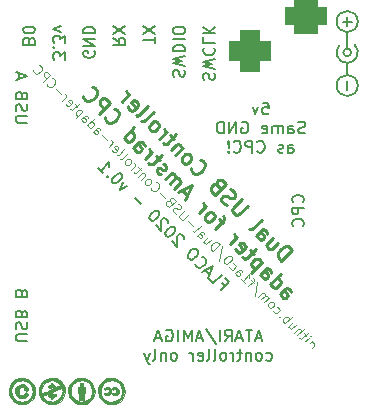
<source format=gbo>
G04 #@! TF.GenerationSoftware,KiCad,Pcbnew,6.0.8-f2edbf62ab~116~ubuntu22.04.1*
G04 #@! TF.CreationDate,2022-10-13T12:47:22+02:00*
G04 #@! TF.ProjectId,Dual USB Controller adapter CPC,4475616c-2055-4534-9220-436f6e74726f,0.2*
G04 #@! TF.SameCoordinates,Original*
G04 #@! TF.FileFunction,Legend,Bot*
G04 #@! TF.FilePolarity,Positive*
%FSLAX46Y46*%
G04 Gerber Fmt 4.6, Leading zero omitted, Abs format (unit mm)*
G04 Created by KiCad (PCBNEW 6.0.8-f2edbf62ab~116~ubuntu22.04.1) date 2022-10-13 12:47:22*
%MOMM*%
%LPD*%
G01*
G04 APERTURE LIST*
G04 Aperture macros list*
%AMRoundRect*
0 Rectangle with rounded corners*
0 $1 Rounding radius*
0 $2 $3 $4 $5 $6 $7 $8 $9 X,Y pos of 4 corners*
0 Add a 4 corners polygon primitive as box body*
4,1,4,$2,$3,$4,$5,$6,$7,$8,$9,$2,$3,0*
0 Add four circle primitives for the rounded corners*
1,1,$1+$1,$2,$3*
1,1,$1+$1,$4,$5*
1,1,$1+$1,$6,$7*
1,1,$1+$1,$8,$9*
0 Add four rect primitives between the rounded corners*
20,1,$1+$1,$2,$3,$4,$5,0*
20,1,$1+$1,$4,$5,$6,$7,0*
20,1,$1+$1,$6,$7,$8,$9,0*
20,1,$1+$1,$8,$9,$2,$3,0*%
G04 Aperture macros list end*
%ADD10C,0.120000*%
%ADD11C,0.150000*%
%ADD12C,0.220000*%
%ADD13C,0.010000*%
%ADD14R,3.480000X1.846667*%
%ADD15R,1.846667X3.480000*%
%ADD16R,1.800000X1.800000*%
%ADD17C,1.800000*%
%ADD18C,1.200000*%
%ADD19C,1.500000*%
%ADD20R,1.700000X1.700000*%
%ADD21O,1.700000X1.700000*%
%ADD22R,3.500000X3.500000*%
%ADD23RoundRect,0.750000X-1.000000X0.750000X-1.000000X-0.750000X1.000000X-0.750000X1.000000X0.750000X0*%
%ADD24RoundRect,0.875000X-0.875000X0.875000X-0.875000X-0.875000X0.875000X-0.875000X0.875000X0.875000X0*%
%ADD25C,3.000000*%
G04 APERTURE END LIST*
D10*
X194807519Y-92330083D02*
X194349584Y-92788019D01*
X194322646Y-92868831D01*
X194322646Y-92922706D01*
X194349584Y-93003518D01*
X194430396Y-93084330D01*
X194511208Y-93111267D01*
X194457333Y-92680269D02*
X194484271Y-92761081D01*
X194592020Y-92868831D01*
X194672832Y-92895768D01*
X194726707Y-92895768D01*
X194807519Y-92868831D01*
X194969144Y-92707206D01*
X194996081Y-92626394D01*
X194996081Y-92572519D01*
X194969144Y-92491707D01*
X194861394Y-92383958D01*
X194780582Y-92357020D01*
X194161022Y-92437832D02*
X194538145Y-92060709D01*
X194726707Y-91872147D02*
X194726707Y-91926022D01*
X194672832Y-91926022D01*
X194672832Y-91872147D01*
X194726707Y-91872147D01*
X194672832Y-91926022D01*
X194349584Y-91872147D02*
X194134084Y-91656648D01*
X194457333Y-91602773D02*
X193972460Y-92087646D01*
X193891648Y-92114584D01*
X193810836Y-92087646D01*
X193756961Y-92033771D01*
X193568399Y-91845210D02*
X194134084Y-91279524D01*
X193325962Y-91602773D02*
X193622274Y-91306462D01*
X193703086Y-91279524D01*
X193783898Y-91306462D01*
X193864710Y-91387274D01*
X193891648Y-91468086D01*
X193891648Y-91521961D01*
X193191275Y-90713839D02*
X192814152Y-91090962D01*
X193433712Y-90956275D02*
X193137401Y-91252587D01*
X193056588Y-91279524D01*
X192975776Y-91252587D01*
X192894964Y-91171775D01*
X192868027Y-91090962D01*
X192868027Y-91037088D01*
X192544778Y-90821588D02*
X193110463Y-90255903D01*
X192894964Y-90471402D02*
X192868027Y-90390590D01*
X192760277Y-90282840D01*
X192679465Y-90255903D01*
X192625590Y-90255903D01*
X192544778Y-90282840D01*
X192383153Y-90444465D01*
X192356216Y-90525277D01*
X192356216Y-90579152D01*
X192383153Y-90659964D01*
X192490903Y-90767714D01*
X192571715Y-90794651D01*
X192086842Y-90255903D02*
X192032967Y-90255903D01*
X192032967Y-90309778D01*
X192086842Y-90309778D01*
X192086842Y-90255903D01*
X192032967Y-90309778D01*
X191548094Y-89771030D02*
X191575031Y-89851842D01*
X191682781Y-89959591D01*
X191763593Y-89986529D01*
X191817468Y-89986529D01*
X191898280Y-89959591D01*
X192059904Y-89797967D01*
X192086842Y-89717155D01*
X192086842Y-89663280D01*
X192059904Y-89582468D01*
X191952155Y-89474718D01*
X191871343Y-89447781D01*
X191197908Y-89474718D02*
X191278720Y-89501656D01*
X191332595Y-89501656D01*
X191413407Y-89474718D01*
X191575031Y-89313094D01*
X191601969Y-89232282D01*
X191601969Y-89178407D01*
X191575031Y-89097595D01*
X191494219Y-89016782D01*
X191413407Y-88989845D01*
X191359532Y-88989845D01*
X191278720Y-89016782D01*
X191117095Y-89178407D01*
X191090158Y-89259219D01*
X191090158Y-89313094D01*
X191117095Y-89393906D01*
X191197908Y-89474718D01*
X190766909Y-89043720D02*
X191144033Y-88666596D01*
X191090158Y-88720471D02*
X191090158Y-88666596D01*
X191063221Y-88585784D01*
X190982408Y-88504972D01*
X190901596Y-88478034D01*
X190820784Y-88504972D01*
X190524473Y-88801283D01*
X190820784Y-88504972D02*
X190847721Y-88424160D01*
X190820784Y-88343347D01*
X190739972Y-88262535D01*
X190659160Y-88235598D01*
X190578347Y-88262535D01*
X190282036Y-88558847D01*
X190201224Y-87292789D02*
X189958787Y-88504972D01*
X189877975Y-87400538D02*
X189662476Y-87185039D01*
X189420039Y-87696850D02*
X189904912Y-87211977D01*
X189931850Y-87131164D01*
X189904912Y-87050352D01*
X189851038Y-86996477D01*
X188800479Y-87077290D02*
X189123728Y-87400538D01*
X188962103Y-87238914D02*
X189527789Y-86673229D01*
X189500851Y-86807916D01*
X189500851Y-86915665D01*
X189527789Y-86996477D01*
X188315606Y-86592416D02*
X188611917Y-86296105D01*
X188692729Y-86269168D01*
X188773542Y-86296105D01*
X188881291Y-86403855D01*
X188908229Y-86484667D01*
X188342543Y-86565479D02*
X188369481Y-86646291D01*
X188504168Y-86780978D01*
X188584980Y-86807916D01*
X188665792Y-86780978D01*
X188719667Y-86727103D01*
X188746604Y-86646291D01*
X188719667Y-86565479D01*
X188584980Y-86430792D01*
X188558042Y-86349980D01*
X187830733Y-86053668D02*
X187857670Y-86134481D01*
X187965420Y-86242230D01*
X188046232Y-86269168D01*
X188100107Y-86269168D01*
X188180919Y-86242230D01*
X188342543Y-86080606D01*
X188369481Y-85999794D01*
X188369481Y-85945919D01*
X188342543Y-85865107D01*
X188234794Y-85757357D01*
X188153981Y-85730420D01*
X188019294Y-85164734D02*
X187965420Y-85110859D01*
X187884607Y-85083922D01*
X187830733Y-85083922D01*
X187749920Y-85110859D01*
X187615233Y-85191671D01*
X187480546Y-85326358D01*
X187399734Y-85461045D01*
X187372797Y-85541858D01*
X187372797Y-85595733D01*
X187399734Y-85676545D01*
X187453609Y-85730420D01*
X187534421Y-85757357D01*
X187588296Y-85757357D01*
X187669108Y-85730420D01*
X187803795Y-85649607D01*
X187938482Y-85514920D01*
X188019294Y-85380233D01*
X188046232Y-85299421D01*
X188046232Y-85245546D01*
X188019294Y-85164734D01*
X187211172Y-84302737D02*
X186968736Y-85514920D01*
X186429988Y-84706798D02*
X186995673Y-84141113D01*
X186860986Y-84006426D01*
X186753236Y-83952551D01*
X186645487Y-83952551D01*
X186564675Y-83979488D01*
X186429988Y-84060301D01*
X186349175Y-84141113D01*
X186268363Y-84275800D01*
X186241426Y-84356612D01*
X186241426Y-84464362D01*
X186295301Y-84572111D01*
X186429988Y-84706798D01*
X185998989Y-83521553D02*
X185621866Y-83898676D01*
X186241426Y-83763989D02*
X185945114Y-84060301D01*
X185864302Y-84087238D01*
X185783490Y-84060301D01*
X185702678Y-83979488D01*
X185675740Y-83898676D01*
X185675740Y-83844801D01*
X185110055Y-83386866D02*
X185406366Y-83090554D01*
X185487179Y-83063617D01*
X185567991Y-83090554D01*
X185675740Y-83198304D01*
X185702678Y-83279116D01*
X185136992Y-83359928D02*
X185163930Y-83440740D01*
X185298617Y-83575427D01*
X185379429Y-83602365D01*
X185460241Y-83575427D01*
X185514116Y-83521553D01*
X185541053Y-83440740D01*
X185514116Y-83359928D01*
X185379429Y-83225241D01*
X185352492Y-83144429D01*
X184759869Y-83036679D02*
X184840681Y-83063617D01*
X184921493Y-83036679D01*
X185406366Y-82551806D01*
X184759869Y-82605681D02*
X184328870Y-82174683D01*
X184409683Y-81555122D02*
X183951747Y-82013058D01*
X183870935Y-82039996D01*
X183817060Y-82039996D01*
X183736248Y-82013058D01*
X183628498Y-81905309D01*
X183601561Y-81824496D01*
X183601561Y-81770622D01*
X183628498Y-81689809D01*
X184086434Y-81231874D01*
X183305249Y-81528185D02*
X183197500Y-81474310D01*
X183062812Y-81339623D01*
X183035875Y-81258811D01*
X183035875Y-81204936D01*
X183062812Y-81124124D01*
X183116687Y-81070249D01*
X183197500Y-81043312D01*
X183251374Y-81043312D01*
X183332187Y-81070249D01*
X183466874Y-81151061D01*
X183547686Y-81177999D01*
X183601561Y-81177999D01*
X183682373Y-81151061D01*
X183736248Y-81097187D01*
X183763185Y-81016374D01*
X183763185Y-80962500D01*
X183736248Y-80881687D01*
X183601561Y-80747000D01*
X183493811Y-80693125D01*
X182820376Y-80504564D02*
X182712626Y-80450689D01*
X182658751Y-80450689D01*
X182577939Y-80477626D01*
X182497127Y-80558438D01*
X182470190Y-80639251D01*
X182470190Y-80693125D01*
X182497127Y-80773938D01*
X182712626Y-80989437D01*
X183278312Y-80423751D01*
X183089750Y-80235190D01*
X183008938Y-80208252D01*
X182955063Y-80208252D01*
X182874251Y-80235190D01*
X182820376Y-80289064D01*
X182793438Y-80369877D01*
X182793438Y-80423751D01*
X182820376Y-80504564D01*
X183008938Y-80693125D01*
X182362440Y-80208252D02*
X181931442Y-79777254D01*
X181177194Y-79346255D02*
X181177194Y-79400130D01*
X181231069Y-79507880D01*
X181284944Y-79561755D01*
X181392694Y-79615629D01*
X181500443Y-79615629D01*
X181581255Y-79588692D01*
X181715942Y-79507880D01*
X181796755Y-79427068D01*
X181877567Y-79292381D01*
X181904504Y-79211568D01*
X181904504Y-79103819D01*
X181850629Y-78996069D01*
X181796755Y-78942194D01*
X181689005Y-78888320D01*
X181635130Y-78888320D01*
X180800071Y-79076881D02*
X180880883Y-79103819D01*
X180934758Y-79103819D01*
X181015570Y-79076881D01*
X181177194Y-78915257D01*
X181204132Y-78834445D01*
X181204132Y-78780570D01*
X181177194Y-78699758D01*
X181096382Y-78618946D01*
X181015570Y-78592008D01*
X180961695Y-78592008D01*
X180880883Y-78618946D01*
X180719259Y-78780570D01*
X180692321Y-78861382D01*
X180692321Y-78915257D01*
X180719259Y-78996069D01*
X180800071Y-79076881D01*
X180746196Y-78268759D02*
X180369072Y-78645883D01*
X180692321Y-78322634D02*
X180692321Y-78268759D01*
X180665384Y-78187947D01*
X180584572Y-78107135D01*
X180503759Y-78080198D01*
X180422947Y-78107135D01*
X180126636Y-78403446D01*
X180315198Y-77837761D02*
X180099698Y-77622262D01*
X180422947Y-77568387D02*
X179938074Y-78053260D01*
X179857262Y-78080198D01*
X179776450Y-78053260D01*
X179722575Y-77999385D01*
X179534013Y-77810824D02*
X179911137Y-77433700D01*
X179803387Y-77541450D02*
X179830324Y-77460637D01*
X179830324Y-77406763D01*
X179803387Y-77325950D01*
X179749512Y-77272076D01*
X179103015Y-77379825D02*
X179183827Y-77406763D01*
X179237702Y-77406763D01*
X179318514Y-77379825D01*
X179480138Y-77218201D01*
X179507076Y-77137389D01*
X179507076Y-77083514D01*
X179480138Y-77002702D01*
X179399326Y-76921889D01*
X179318514Y-76894952D01*
X179264639Y-76894952D01*
X179183827Y-76921889D01*
X179022202Y-77083514D01*
X178995265Y-77164326D01*
X178995265Y-77218201D01*
X179022202Y-77299013D01*
X179103015Y-77379825D01*
X178591204Y-76868015D02*
X178672016Y-76894952D01*
X178752828Y-76868015D01*
X179237702Y-76383141D01*
X178294892Y-76571703D02*
X178375705Y-76598641D01*
X178456517Y-76571703D01*
X178941390Y-76086830D01*
X177890831Y-76113767D02*
X177917769Y-76194579D01*
X178025518Y-76302329D01*
X178106331Y-76329266D01*
X178187143Y-76302329D01*
X178402642Y-76086830D01*
X178429579Y-76006018D01*
X178402642Y-75925205D01*
X178294892Y-75817456D01*
X178214080Y-75790518D01*
X178133268Y-75817456D01*
X178079393Y-75871331D01*
X178294892Y-76194579D01*
X177594520Y-75871331D02*
X177971644Y-75494207D01*
X177863894Y-75601957D02*
X177890831Y-75521144D01*
X177890831Y-75467270D01*
X177863894Y-75386457D01*
X177810019Y-75332583D01*
X177459833Y-75305645D02*
X177028835Y-74874647D01*
X176301525Y-74578335D02*
X176597836Y-74282024D01*
X176678648Y-74255087D01*
X176759461Y-74282024D01*
X176867210Y-74389774D01*
X176894148Y-74470586D01*
X176328462Y-74551398D02*
X176355400Y-74632210D01*
X176490087Y-74766897D01*
X176570899Y-74793835D01*
X176651711Y-74766897D01*
X176705586Y-74713022D01*
X176732523Y-74632210D01*
X176705586Y-74551398D01*
X176570899Y-74416711D01*
X176543961Y-74335899D01*
X175789714Y-74066525D02*
X176355400Y-73500839D01*
X175816652Y-74039587D02*
X175843589Y-74120400D01*
X175951339Y-74228149D01*
X176032151Y-74255087D01*
X176086026Y-74255087D01*
X176166838Y-74228149D01*
X176328462Y-74066525D01*
X176355400Y-73985713D01*
X176355400Y-73931838D01*
X176328462Y-73851026D01*
X176220713Y-73743276D01*
X176139900Y-73716339D01*
X175277904Y-73554714D02*
X175574215Y-73258403D01*
X175655027Y-73231465D01*
X175735839Y-73258403D01*
X175843589Y-73366152D01*
X175870526Y-73446965D01*
X175304841Y-73527777D02*
X175331778Y-73608589D01*
X175466465Y-73743276D01*
X175547278Y-73770213D01*
X175628090Y-73743276D01*
X175681965Y-73689401D01*
X175708902Y-73608589D01*
X175681965Y-73527777D01*
X175547278Y-73393090D01*
X175520340Y-73312278D01*
X175385653Y-72908217D02*
X174819968Y-73473902D01*
X175358716Y-72935154D02*
X175331778Y-72854342D01*
X175224029Y-72746592D01*
X175143217Y-72719655D01*
X175089342Y-72719655D01*
X175008530Y-72746592D01*
X174846905Y-72908217D01*
X174819968Y-72989029D01*
X174819968Y-73042904D01*
X174846905Y-73123716D01*
X174954655Y-73231465D01*
X175035467Y-73258403D01*
X174954655Y-72477218D02*
X174739156Y-72261719D01*
X175062404Y-72207844D02*
X174577531Y-72692717D01*
X174496719Y-72719655D01*
X174415907Y-72692717D01*
X174362032Y-72638843D01*
X173984908Y-72207844D02*
X174011846Y-72288656D01*
X174119595Y-72396406D01*
X174200408Y-72423343D01*
X174281220Y-72396406D01*
X174496719Y-72180907D01*
X174523656Y-72100095D01*
X174496719Y-72019282D01*
X174388969Y-71911533D01*
X174308157Y-71884595D01*
X174227345Y-71911533D01*
X174173470Y-71965408D01*
X174388969Y-72288656D01*
X173688597Y-71965408D02*
X174065720Y-71588284D01*
X173957971Y-71696033D02*
X173984908Y-71615221D01*
X173984908Y-71561346D01*
X173957971Y-71480534D01*
X173904096Y-71426659D01*
X173553910Y-71399722D02*
X173122911Y-70968724D01*
X172368664Y-70537725D02*
X172368664Y-70591600D01*
X172422539Y-70699350D01*
X172476414Y-70753224D01*
X172584163Y-70807099D01*
X172691913Y-70807099D01*
X172772725Y-70780162D01*
X172907412Y-70699350D01*
X172988224Y-70618537D01*
X173069037Y-70483850D01*
X173095974Y-70403038D01*
X173095974Y-70295289D01*
X173042099Y-70187539D01*
X172988224Y-70133664D01*
X172880475Y-70079789D01*
X172826600Y-70079789D01*
X172072353Y-70349163D02*
X172638038Y-69783478D01*
X172422539Y-69567979D01*
X172341727Y-69541041D01*
X172287852Y-69541041D01*
X172207040Y-69567979D01*
X172126228Y-69648791D01*
X172099290Y-69729603D01*
X172099290Y-69783478D01*
X172126228Y-69864290D01*
X172341727Y-70079789D01*
X171237293Y-69406354D02*
X171237293Y-69460229D01*
X171291168Y-69567979D01*
X171345043Y-69621854D01*
X171452793Y-69675728D01*
X171560542Y-69675728D01*
X171641354Y-69648791D01*
X171776041Y-69567979D01*
X171856854Y-69487167D01*
X171937666Y-69352480D01*
X171964603Y-69271667D01*
X171964603Y-69163918D01*
X171910728Y-69056168D01*
X171856854Y-69002293D01*
X171749104Y-68948419D01*
X171695229Y-68948419D01*
D11*
X198700526Y-65268975D02*
G75*
G03*
X198700526Y-65268975I-898026J0D01*
G01*
X197802500Y-68770500D02*
X197802500Y-69786500D01*
X197802500Y-67557713D02*
X197802500Y-66167000D01*
X198700526Y-70684525D02*
G75*
G03*
X198700526Y-70684525I-898026J0D01*
G01*
X198126288Y-67881500D02*
G75*
G03*
X198126288Y-67881500I-323788J0D01*
G01*
X197167501Y-67246501D02*
G75*
G03*
X198437499Y-67246501I634999J-634999D01*
G01*
D12*
X192233385Y-85540103D02*
X193152624Y-84620864D01*
X192933757Y-84401998D01*
X192758664Y-84314451D01*
X192583571Y-84314451D01*
X192452251Y-84358225D01*
X192233385Y-84489545D01*
X192102065Y-84620864D01*
X191970745Y-84839731D01*
X191926972Y-84971051D01*
X191926972Y-85146144D01*
X192014519Y-85321237D01*
X192233385Y-85540103D01*
X191533013Y-83614079D02*
X190920187Y-84226905D01*
X191926972Y-84008039D02*
X191445466Y-84489545D01*
X191314146Y-84533318D01*
X191182826Y-84489545D01*
X191051506Y-84358225D01*
X191007733Y-84226905D01*
X191007733Y-84139358D01*
X190088494Y-83395213D02*
X190570000Y-82913707D01*
X190701320Y-82869933D01*
X190832640Y-82913707D01*
X191007733Y-83088800D01*
X191051506Y-83220120D01*
X190132268Y-83351439D02*
X190176041Y-83482759D01*
X190394907Y-83701626D01*
X190526227Y-83745399D01*
X190657547Y-83701626D01*
X190745094Y-83614079D01*
X190788867Y-83482759D01*
X190745094Y-83351439D01*
X190526227Y-83132573D01*
X190482454Y-83001253D01*
X189519442Y-82826160D02*
X189650762Y-82869933D01*
X189782081Y-82826160D01*
X190570000Y-82038241D01*
X189388122Y-80856363D02*
X188643976Y-81600508D01*
X188512656Y-81644282D01*
X188425110Y-81644282D01*
X188293790Y-81600508D01*
X188118697Y-81425415D01*
X188074924Y-81294095D01*
X188074924Y-81206549D01*
X188118697Y-81075229D01*
X188862843Y-80331083D01*
X187593418Y-80812589D02*
X187418324Y-80725043D01*
X187199458Y-80506176D01*
X187155685Y-80374857D01*
X187155685Y-80287310D01*
X187199458Y-80155990D01*
X187287005Y-80068444D01*
X187418324Y-80024670D01*
X187505871Y-80024670D01*
X187637191Y-80068444D01*
X187856057Y-80199763D01*
X187987377Y-80243537D01*
X188074924Y-80243537D01*
X188206243Y-80199763D01*
X188293790Y-80112217D01*
X188337563Y-79980897D01*
X188337563Y-79893350D01*
X188293790Y-79762031D01*
X188074924Y-79543164D01*
X187899831Y-79455618D01*
X186805499Y-79149205D02*
X186630405Y-79061658D01*
X186542859Y-79061658D01*
X186411539Y-79105431D01*
X186280219Y-79236751D01*
X186236446Y-79368071D01*
X186236446Y-79455618D01*
X186280219Y-79586938D01*
X186630405Y-79937124D01*
X187549644Y-79017885D01*
X187243231Y-78711472D01*
X187111912Y-78667699D01*
X187024365Y-78667699D01*
X186893045Y-78711472D01*
X186805499Y-78799019D01*
X186761725Y-78930338D01*
X186761725Y-79017885D01*
X186805499Y-79149205D01*
X187111912Y-79455618D01*
X184573061Y-77704687D02*
X184573061Y-77792233D01*
X184660608Y-77967326D01*
X184748155Y-78054873D01*
X184923248Y-78142419D01*
X185098341Y-78142419D01*
X185229661Y-78098646D01*
X185448527Y-77967326D01*
X185579847Y-77836006D01*
X185711167Y-77617140D01*
X185754940Y-77485820D01*
X185754940Y-77310727D01*
X185667393Y-77135634D01*
X185579847Y-77048087D01*
X185404754Y-76960541D01*
X185317207Y-76960541D01*
X183960236Y-77266954D02*
X184091555Y-77310727D01*
X184179102Y-77310727D01*
X184310422Y-77266954D01*
X184573061Y-77004314D01*
X184616835Y-76872994D01*
X184616835Y-76785448D01*
X184573061Y-76654128D01*
X184441742Y-76522808D01*
X184310422Y-76479035D01*
X184222875Y-76479035D01*
X184091555Y-76522808D01*
X183828916Y-76785448D01*
X183785142Y-76916768D01*
X183785142Y-77004314D01*
X183828916Y-77135634D01*
X183960236Y-77266954D01*
X183872689Y-75953756D02*
X183259863Y-76566581D01*
X183785142Y-76041302D02*
X183785142Y-75953756D01*
X183741369Y-75822436D01*
X183610049Y-75691116D01*
X183478730Y-75647343D01*
X183347410Y-75691116D01*
X182865904Y-76172622D01*
X183172317Y-75253383D02*
X182822130Y-74903197D01*
X183347410Y-74815650D02*
X182559491Y-75603569D01*
X182428171Y-75647343D01*
X182296851Y-75603569D01*
X182209305Y-75516023D01*
X181902892Y-75209610D02*
X182515717Y-74596784D01*
X182340624Y-74771877D02*
X182384398Y-74640557D01*
X182384398Y-74553011D01*
X182340624Y-74421691D01*
X182253078Y-74334144D01*
X181202519Y-74509237D02*
X181333839Y-74553011D01*
X181421386Y-74553011D01*
X181552705Y-74509237D01*
X181815345Y-74246598D01*
X181859118Y-74115278D01*
X181859118Y-74027731D01*
X181815345Y-73896412D01*
X181684025Y-73765092D01*
X181552705Y-73721318D01*
X181465159Y-73721318D01*
X181333839Y-73765092D01*
X181071199Y-74027731D01*
X181027426Y-74159051D01*
X181027426Y-74246598D01*
X181071199Y-74377918D01*
X181202519Y-74509237D01*
X180370827Y-73677545D02*
X180502147Y-73721318D01*
X180633467Y-73677545D01*
X181421386Y-72889626D01*
X179889321Y-73196039D02*
X180020641Y-73239812D01*
X180151960Y-73196039D01*
X180939879Y-72408120D01*
X179232722Y-72451893D02*
X179276495Y-72583213D01*
X179451588Y-72758306D01*
X179582908Y-72802080D01*
X179714228Y-72758306D01*
X180064414Y-72408120D01*
X180108187Y-72276800D01*
X180064414Y-72145480D01*
X179889321Y-71970387D01*
X179758001Y-71926614D01*
X179626681Y-71970387D01*
X179539135Y-72057934D01*
X179889321Y-72583213D01*
X178751216Y-72057934D02*
X179364042Y-71445108D01*
X179188948Y-71620201D02*
X179232722Y-71488881D01*
X179232722Y-71401335D01*
X179188948Y-71270015D01*
X179101402Y-71182468D01*
X192088496Y-88355162D02*
X192570002Y-87873656D01*
X192701322Y-87829883D01*
X192832642Y-87873656D01*
X193007735Y-88048749D01*
X193051508Y-88180069D01*
X192132269Y-88311389D02*
X192176042Y-88442709D01*
X192394909Y-88661575D01*
X192526229Y-88705348D01*
X192657548Y-88661575D01*
X192745095Y-88574029D01*
X192788868Y-88442709D01*
X192745095Y-88311389D01*
X192526229Y-88092522D01*
X192482455Y-87961203D01*
X191256804Y-87523470D02*
X192176042Y-86604231D01*
X191300577Y-87479697D02*
X191344350Y-87611016D01*
X191519443Y-87786110D01*
X191650763Y-87829883D01*
X191738310Y-87829883D01*
X191869629Y-87786110D01*
X192132269Y-87523470D01*
X192176042Y-87392150D01*
X192176042Y-87304603D01*
X192132269Y-87173284D01*
X191957176Y-86998191D01*
X191825856Y-86954417D01*
X190425111Y-86691778D02*
X190906617Y-86210272D01*
X191037937Y-86166498D01*
X191169257Y-86210272D01*
X191344350Y-86385365D01*
X191388123Y-86516685D01*
X190468885Y-86648004D02*
X190512658Y-86779324D01*
X190731524Y-86998191D01*
X190862844Y-87041964D01*
X190994164Y-86998191D01*
X191081711Y-86910644D01*
X191125484Y-86779324D01*
X191081711Y-86648004D01*
X190862844Y-86429138D01*
X190819071Y-86297818D01*
X190600204Y-85641219D02*
X189680966Y-86560458D01*
X190556431Y-85684992D02*
X190512658Y-85553672D01*
X190337565Y-85378579D01*
X190206245Y-85334806D01*
X190118698Y-85334806D01*
X189987379Y-85378579D01*
X189724739Y-85641219D01*
X189680966Y-85772539D01*
X189680966Y-85860085D01*
X189724739Y-85991405D01*
X189899832Y-86166498D01*
X190031152Y-86210272D01*
X189899832Y-84940847D02*
X189549646Y-84590660D01*
X190074925Y-84503114D02*
X189287006Y-85291033D01*
X189155686Y-85334806D01*
X189024366Y-85291033D01*
X188936820Y-85203486D01*
X188323994Y-84503114D02*
X188367767Y-84634434D01*
X188542860Y-84809527D01*
X188674180Y-84853300D01*
X188805500Y-84809527D01*
X189155686Y-84459340D01*
X189199460Y-84328021D01*
X189155686Y-84196701D01*
X188980593Y-84021608D01*
X188849273Y-83977834D01*
X188717954Y-84021608D01*
X188630407Y-84109154D01*
X188980593Y-84634434D01*
X187842488Y-84109154D02*
X188455314Y-83496328D01*
X188280221Y-83671422D02*
X188323994Y-83540102D01*
X188323994Y-83452555D01*
X188280221Y-83321235D01*
X188192674Y-83233689D01*
X187317209Y-82358223D02*
X186967022Y-82008037D01*
X186573063Y-82839729D02*
X187360982Y-82051810D01*
X187404755Y-81920490D01*
X187360982Y-81789171D01*
X187273435Y-81701624D01*
X185916464Y-82183130D02*
X186047784Y-82226903D01*
X186135330Y-82226903D01*
X186266650Y-82183130D01*
X186529290Y-81920490D01*
X186573063Y-81789171D01*
X186573063Y-81701624D01*
X186529290Y-81570304D01*
X186397970Y-81438984D01*
X186266650Y-81395211D01*
X186179103Y-81395211D01*
X186047784Y-81438984D01*
X185785144Y-81701624D01*
X185741371Y-81832944D01*
X185741371Y-81920490D01*
X185785144Y-82051810D01*
X185916464Y-82183130D01*
X185216091Y-81482758D02*
X185828917Y-80869932D01*
X185653824Y-81045025D02*
X185697597Y-80913705D01*
X185697597Y-80826159D01*
X185653824Y-80694839D01*
X185566278Y-80607292D01*
X184253079Y-79994466D02*
X183815347Y-79556733D01*
X184077986Y-80344652D02*
X184690812Y-79119001D01*
X183465160Y-79731827D01*
X183158747Y-79425414D02*
X183771573Y-78812588D01*
X183684027Y-78900134D02*
X183684027Y-78812588D01*
X183640253Y-78681268D01*
X183508934Y-78549948D01*
X183377614Y-78506175D01*
X183246294Y-78549948D01*
X182764788Y-79031454D01*
X183246294Y-78549948D02*
X183290067Y-78418628D01*
X183246294Y-78287308D01*
X183114974Y-78155989D01*
X182983654Y-78112215D01*
X182852334Y-78155989D01*
X182370828Y-78637495D01*
X182020642Y-78199762D02*
X181889322Y-78155989D01*
X181714229Y-77980896D01*
X181670456Y-77849576D01*
X181714229Y-77718256D01*
X181758003Y-77674483D01*
X181889322Y-77630709D01*
X182020642Y-77674483D01*
X182151962Y-77805802D01*
X182283282Y-77849576D01*
X182414602Y-77805802D01*
X182458375Y-77762029D01*
X182502148Y-77630709D01*
X182458375Y-77499389D01*
X182327055Y-77368070D01*
X182195735Y-77324296D01*
X181933096Y-76974110D02*
X181582909Y-76623924D01*
X182108189Y-76536377D02*
X181320270Y-77324296D01*
X181188950Y-77368070D01*
X181057630Y-77324296D01*
X180970084Y-77236750D01*
X180663671Y-76930337D02*
X181276496Y-76317511D01*
X181101403Y-76492604D02*
X181145177Y-76361284D01*
X181145177Y-76273738D01*
X181101403Y-76142418D01*
X181013857Y-76054871D01*
X179700659Y-75967325D02*
X180182165Y-75485819D01*
X180313484Y-75442045D01*
X180444804Y-75485819D01*
X180619897Y-75660912D01*
X180663671Y-75792232D01*
X179744432Y-75923551D02*
X179788205Y-76054871D01*
X180007071Y-76273738D01*
X180138391Y-76317511D01*
X180269711Y-76273738D01*
X180357258Y-76186191D01*
X180401031Y-76054871D01*
X180357258Y-75923551D01*
X180138391Y-75704685D01*
X180094618Y-75573365D01*
X178868966Y-75135633D02*
X179788205Y-74216394D01*
X178912740Y-75091859D02*
X178956513Y-75223179D01*
X179131606Y-75398272D01*
X179262926Y-75442045D01*
X179350472Y-75442045D01*
X179481792Y-75398272D01*
X179744432Y-75135633D01*
X179788205Y-75004313D01*
X179788205Y-74916766D01*
X179744432Y-74785446D01*
X179569339Y-74610353D01*
X179438019Y-74566580D01*
X177293128Y-73384701D02*
X177293128Y-73472248D01*
X177380675Y-73647341D01*
X177468221Y-73734888D01*
X177643314Y-73822434D01*
X177818408Y-73822434D01*
X177949727Y-73778661D01*
X178168594Y-73647341D01*
X178299914Y-73516021D01*
X178431233Y-73297155D01*
X178475007Y-73165835D01*
X178475007Y-72990742D01*
X178387460Y-72815649D01*
X178299914Y-72728102D01*
X178124821Y-72640556D01*
X178037274Y-72640556D01*
X176811622Y-73078288D02*
X177730861Y-72159050D01*
X177380675Y-71808863D01*
X177249355Y-71765090D01*
X177161808Y-71765090D01*
X177030489Y-71808863D01*
X176899169Y-71940183D01*
X176855396Y-72071503D01*
X176855396Y-72159050D01*
X176899169Y-72290370D01*
X177249355Y-72640556D01*
X175454651Y-71546224D02*
X175454651Y-71633770D01*
X175542197Y-71808863D01*
X175629744Y-71896410D01*
X175804837Y-71983957D01*
X175979930Y-71983957D01*
X176111250Y-71940183D01*
X176330116Y-71808863D01*
X176461436Y-71677544D01*
X176592756Y-71458677D01*
X176636529Y-71327357D01*
X176636529Y-71152264D01*
X176548983Y-70977171D01*
X176461436Y-70889625D01*
X176286343Y-70802078D01*
X176198796Y-70802078D01*
D11*
X187211583Y-87415568D02*
X187447285Y-87651270D01*
X187076896Y-88021659D02*
X187784003Y-87314552D01*
X187447285Y-86977835D01*
X186134087Y-87078850D02*
X186470804Y-87415568D01*
X187177911Y-86708461D01*
X186134087Y-86674789D02*
X185797369Y-86338072D01*
X185999400Y-86944163D02*
X186470804Y-86001354D01*
X185527995Y-86472759D01*
X184955575Y-85765652D02*
X184955575Y-85832995D01*
X185022919Y-85967682D01*
X185090263Y-86035026D01*
X185224950Y-86102369D01*
X185359637Y-86102369D01*
X185460652Y-86068698D01*
X185629011Y-85967682D01*
X185730026Y-85866667D01*
X185831041Y-85698308D01*
X185864713Y-85597293D01*
X185864713Y-85462606D01*
X185797369Y-85327919D01*
X185730026Y-85260575D01*
X185595339Y-85193232D01*
X185527995Y-85193232D01*
X185157606Y-84688156D02*
X185022919Y-84553469D01*
X184921904Y-84519797D01*
X184787217Y-84519797D01*
X184618858Y-84620812D01*
X184383156Y-84856514D01*
X184282140Y-85024873D01*
X184282140Y-85159560D01*
X184315812Y-85260575D01*
X184450499Y-85395263D01*
X184551514Y-85428934D01*
X184686201Y-85428934D01*
X184854560Y-85327919D01*
X185090263Y-85092217D01*
X185191278Y-84923858D01*
X185191278Y-84789171D01*
X185157606Y-84688156D01*
X183979095Y-83644331D02*
X183979095Y-83576988D01*
X183945423Y-83475973D01*
X183777064Y-83307614D01*
X183676049Y-83273942D01*
X183608705Y-83273942D01*
X183507690Y-83307614D01*
X183440347Y-83374957D01*
X183373003Y-83509644D01*
X183373003Y-84317766D01*
X182935270Y-83880034D01*
X183204644Y-82735194D02*
X183137301Y-82667851D01*
X183036286Y-82634179D01*
X182968942Y-82634179D01*
X182867927Y-82667851D01*
X182699568Y-82768866D01*
X182531209Y-82937225D01*
X182430194Y-83105583D01*
X182396522Y-83206599D01*
X182396522Y-83273942D01*
X182430194Y-83374957D01*
X182497538Y-83442301D01*
X182598553Y-83475973D01*
X182665896Y-83475973D01*
X182766912Y-83442301D01*
X182935270Y-83341286D01*
X183103629Y-83172927D01*
X183204644Y-83004568D01*
X183238316Y-82903553D01*
X183238316Y-82836209D01*
X183204644Y-82735194D01*
X182632225Y-82297461D02*
X182632225Y-82230118D01*
X182598553Y-82129103D01*
X182430194Y-81960744D01*
X182329179Y-81927072D01*
X182261835Y-81927072D01*
X182160820Y-81960744D01*
X182093477Y-82028087D01*
X182026133Y-82162774D01*
X182026133Y-82970896D01*
X181588400Y-82533164D01*
X181857774Y-81388324D02*
X181790431Y-81320981D01*
X181689416Y-81287309D01*
X181622072Y-81287309D01*
X181521057Y-81320981D01*
X181352698Y-81421996D01*
X181184339Y-81590355D01*
X181083324Y-81758713D01*
X181049652Y-81859729D01*
X181049652Y-81927072D01*
X181083324Y-82028087D01*
X181150668Y-82095431D01*
X181251683Y-82129103D01*
X181319026Y-82129103D01*
X181420042Y-82095431D01*
X181588400Y-81994416D01*
X181756759Y-81826057D01*
X181857774Y-81657698D01*
X181891446Y-81556683D01*
X181891446Y-81489339D01*
X181857774Y-81388324D01*
X180342546Y-80748561D02*
X179803798Y-80209813D01*
X179197706Y-79199660D02*
X178557943Y-79502706D01*
X178860988Y-78862943D01*
X178692630Y-78223179D02*
X178625286Y-78155836D01*
X178524271Y-78122164D01*
X178456927Y-78122164D01*
X178355912Y-78155836D01*
X178187553Y-78256851D01*
X178019195Y-78425210D01*
X177918179Y-78593569D01*
X177884508Y-78694584D01*
X177884508Y-78761927D01*
X177918179Y-78862943D01*
X177985523Y-78930286D01*
X178086538Y-78963958D01*
X178153882Y-78963958D01*
X178254897Y-78930286D01*
X178423256Y-78829271D01*
X178591614Y-78660912D01*
X178692630Y-78492553D01*
X178726301Y-78391538D01*
X178726301Y-78324195D01*
X178692630Y-78223179D01*
X177514118Y-78324195D02*
X177446775Y-78324195D01*
X177446775Y-78391538D01*
X177514118Y-78391538D01*
X177514118Y-78324195D01*
X177446775Y-78391538D01*
X176739668Y-77684431D02*
X177143729Y-78088492D01*
X176941699Y-77886462D02*
X177648805Y-77179355D01*
X177615134Y-77347714D01*
X177615134Y-77482401D01*
X177648805Y-77583416D01*
X173902619Y-68502500D02*
X173902619Y-67883452D01*
X173521666Y-68216785D01*
X173521666Y-68073928D01*
X173474047Y-67978690D01*
X173426428Y-67931071D01*
X173331190Y-67883452D01*
X173093095Y-67883452D01*
X172997857Y-67931071D01*
X172950238Y-67978690D01*
X172902619Y-68073928D01*
X172902619Y-68359642D01*
X172950238Y-68454880D01*
X172997857Y-68502500D01*
X172997857Y-67454880D02*
X172950238Y-67407261D01*
X172902619Y-67454880D01*
X172950238Y-67502500D01*
X172997857Y-67454880D01*
X172902619Y-67454880D01*
X173902619Y-67073928D02*
X173902619Y-66454880D01*
X173521666Y-66788214D01*
X173521666Y-66645357D01*
X173474047Y-66550119D01*
X173426428Y-66502500D01*
X173331190Y-66454880D01*
X173093095Y-66454880D01*
X172997857Y-66502500D01*
X172950238Y-66550119D01*
X172902619Y-66645357D01*
X172902619Y-66931071D01*
X172950238Y-67026309D01*
X172997857Y-67073928D01*
X173569285Y-66121547D02*
X172902619Y-65883452D01*
X173569285Y-65645357D01*
X176395000Y-67788214D02*
X176442619Y-67883452D01*
X176442619Y-68026309D01*
X176395000Y-68169166D01*
X176299761Y-68264404D01*
X176204523Y-68312023D01*
X176014047Y-68359642D01*
X175871190Y-68359642D01*
X175680714Y-68312023D01*
X175585476Y-68264404D01*
X175490238Y-68169166D01*
X175442619Y-68026309D01*
X175442619Y-67931071D01*
X175490238Y-67788214D01*
X175537857Y-67740595D01*
X175871190Y-67740595D01*
X175871190Y-67931071D01*
X175442619Y-67312023D02*
X176442619Y-67312023D01*
X175442619Y-66740595D01*
X176442619Y-66740595D01*
X175442619Y-66264404D02*
X176442619Y-66264404D01*
X176442619Y-66026309D01*
X176395000Y-65883452D01*
X176299761Y-65788214D01*
X176204523Y-65740595D01*
X176014047Y-65692976D01*
X175871190Y-65692976D01*
X175680714Y-65740595D01*
X175585476Y-65788214D01*
X175490238Y-65883452D01*
X175442619Y-66026309D01*
X175442619Y-66264404D01*
X177982619Y-66645357D02*
X178458809Y-66978690D01*
X177982619Y-67216785D02*
X178982619Y-67216785D01*
X178982619Y-66835833D01*
X178935000Y-66740595D01*
X178887380Y-66692976D01*
X178792142Y-66645357D01*
X178649285Y-66645357D01*
X178554047Y-66692976D01*
X178506428Y-66740595D01*
X178458809Y-66835833D01*
X178458809Y-67216785D01*
X178982619Y-66312023D02*
X177982619Y-65645357D01*
X178982619Y-65645357D02*
X177982619Y-66312023D01*
X181522619Y-67121547D02*
X181522619Y-66550119D01*
X180522619Y-66835833D02*
X181522619Y-66835833D01*
X181522619Y-66312023D02*
X180522619Y-65645357D01*
X181522619Y-65645357D02*
X180522619Y-66312023D01*
X183110238Y-69931071D02*
X183062619Y-69788214D01*
X183062619Y-69550119D01*
X183110238Y-69454880D01*
X183157857Y-69407261D01*
X183253095Y-69359642D01*
X183348333Y-69359642D01*
X183443571Y-69407261D01*
X183491190Y-69454880D01*
X183538809Y-69550119D01*
X183586428Y-69740595D01*
X183634047Y-69835833D01*
X183681666Y-69883452D01*
X183776904Y-69931071D01*
X183872142Y-69931071D01*
X183967380Y-69883452D01*
X184015000Y-69835833D01*
X184062619Y-69740595D01*
X184062619Y-69502500D01*
X184015000Y-69359642D01*
X184062619Y-69026309D02*
X183062619Y-68788214D01*
X183776904Y-68597738D01*
X183062619Y-68407261D01*
X184062619Y-68169166D01*
X183062619Y-67788214D02*
X184062619Y-67788214D01*
X184062619Y-67550119D01*
X184015000Y-67407261D01*
X183919761Y-67312023D01*
X183824523Y-67264404D01*
X183634047Y-67216785D01*
X183491190Y-67216785D01*
X183300714Y-67264404D01*
X183205476Y-67312023D01*
X183110238Y-67407261D01*
X183062619Y-67550119D01*
X183062619Y-67788214D01*
X183062619Y-66788214D02*
X184062619Y-66788214D01*
X184062619Y-66121547D02*
X184062619Y-65931071D01*
X184015000Y-65835833D01*
X183919761Y-65740595D01*
X183729285Y-65692976D01*
X183395952Y-65692976D01*
X183205476Y-65740595D01*
X183110238Y-65835833D01*
X183062619Y-65931071D01*
X183062619Y-66121547D01*
X183110238Y-66216785D01*
X183205476Y-66312023D01*
X183395952Y-66359642D01*
X183729285Y-66359642D01*
X183919761Y-66312023D01*
X184015000Y-66216785D01*
X184062619Y-66121547D01*
X185650238Y-70216785D02*
X185602619Y-70073928D01*
X185602619Y-69835833D01*
X185650238Y-69740595D01*
X185697857Y-69692976D01*
X185793095Y-69645357D01*
X185888333Y-69645357D01*
X185983571Y-69692976D01*
X186031190Y-69740595D01*
X186078809Y-69835833D01*
X186126428Y-70026309D01*
X186174047Y-70121547D01*
X186221666Y-70169166D01*
X186316904Y-70216785D01*
X186412142Y-70216785D01*
X186507380Y-70169166D01*
X186555000Y-70121547D01*
X186602619Y-70026309D01*
X186602619Y-69788214D01*
X186555000Y-69645357D01*
X186602619Y-69312023D02*
X185602619Y-69073928D01*
X186316904Y-68883452D01*
X185602619Y-68692976D01*
X186602619Y-68454880D01*
X185697857Y-67502500D02*
X185650238Y-67550119D01*
X185602619Y-67692976D01*
X185602619Y-67788214D01*
X185650238Y-67931071D01*
X185745476Y-68026309D01*
X185840714Y-68073928D01*
X186031190Y-68121547D01*
X186174047Y-68121547D01*
X186364523Y-68073928D01*
X186459761Y-68026309D01*
X186555000Y-67931071D01*
X186602619Y-67788214D01*
X186602619Y-67692976D01*
X186555000Y-67550119D01*
X186507380Y-67502500D01*
X185602619Y-66597738D02*
X185602619Y-67073928D01*
X186602619Y-67073928D01*
X185602619Y-66264404D02*
X186602619Y-66264404D01*
X185602619Y-65692976D02*
X186174047Y-66121547D01*
X186602619Y-65692976D02*
X186031190Y-66264404D01*
X170727619Y-92312857D02*
X169918095Y-92312857D01*
X169822857Y-92265238D01*
X169775238Y-92217619D01*
X169727619Y-92122380D01*
X169727619Y-91931904D01*
X169775238Y-91836666D01*
X169822857Y-91789047D01*
X169918095Y-91741428D01*
X170727619Y-91741428D01*
X169775238Y-91312857D02*
X169727619Y-91170000D01*
X169727619Y-90931904D01*
X169775238Y-90836666D01*
X169822857Y-90789047D01*
X169918095Y-90741428D01*
X170013333Y-90741428D01*
X170108571Y-90789047D01*
X170156190Y-90836666D01*
X170203809Y-90931904D01*
X170251428Y-91122380D01*
X170299047Y-91217619D01*
X170346666Y-91265238D01*
X170441904Y-91312857D01*
X170537142Y-91312857D01*
X170632380Y-91265238D01*
X170680000Y-91217619D01*
X170727619Y-91122380D01*
X170727619Y-90884285D01*
X170680000Y-90741428D01*
X170251428Y-89979523D02*
X170203809Y-89836666D01*
X170156190Y-89789047D01*
X170060952Y-89741428D01*
X169918095Y-89741428D01*
X169822857Y-89789047D01*
X169775238Y-89836666D01*
X169727619Y-89931904D01*
X169727619Y-90312857D01*
X170727619Y-90312857D01*
X170727619Y-89979523D01*
X170680000Y-89884285D01*
X170632380Y-89836666D01*
X170537142Y-89789047D01*
X170441904Y-89789047D01*
X170346666Y-89836666D01*
X170299047Y-89884285D01*
X170251428Y-89979523D01*
X170251428Y-90312857D01*
X170251428Y-88217619D02*
X170203809Y-88074761D01*
X170156190Y-88027142D01*
X170060952Y-87979523D01*
X169918095Y-87979523D01*
X169822857Y-88027142D01*
X169775238Y-88074761D01*
X169727619Y-88170000D01*
X169727619Y-88550952D01*
X170727619Y-88550952D01*
X170727619Y-88217619D01*
X170680000Y-88122380D01*
X170632380Y-88074761D01*
X170537142Y-88027142D01*
X170441904Y-88027142D01*
X170346666Y-88074761D01*
X170299047Y-88122380D01*
X170251428Y-88217619D01*
X170251428Y-88550952D01*
X170727619Y-73826428D02*
X169918095Y-73826428D01*
X169822857Y-73778809D01*
X169775238Y-73731190D01*
X169727619Y-73635952D01*
X169727619Y-73445476D01*
X169775238Y-73350238D01*
X169822857Y-73302619D01*
X169918095Y-73255000D01*
X170727619Y-73255000D01*
X169775238Y-72826428D02*
X169727619Y-72683571D01*
X169727619Y-72445476D01*
X169775238Y-72350238D01*
X169822857Y-72302619D01*
X169918095Y-72255000D01*
X170013333Y-72255000D01*
X170108571Y-72302619D01*
X170156190Y-72350238D01*
X170203809Y-72445476D01*
X170251428Y-72635952D01*
X170299047Y-72731190D01*
X170346666Y-72778809D01*
X170441904Y-72826428D01*
X170537142Y-72826428D01*
X170632380Y-72778809D01*
X170680000Y-72731190D01*
X170727619Y-72635952D01*
X170727619Y-72397857D01*
X170680000Y-72255000D01*
X170251428Y-71493095D02*
X170203809Y-71350238D01*
X170156190Y-71302619D01*
X170060952Y-71255000D01*
X169918095Y-71255000D01*
X169822857Y-71302619D01*
X169775238Y-71350238D01*
X169727619Y-71445476D01*
X169727619Y-71826428D01*
X170727619Y-71826428D01*
X170727619Y-71493095D01*
X170680000Y-71397857D01*
X170632380Y-71350238D01*
X170537142Y-71302619D01*
X170441904Y-71302619D01*
X170346666Y-71350238D01*
X170299047Y-71397857D01*
X170251428Y-71493095D01*
X170251428Y-71826428D01*
X170013333Y-70112142D02*
X170013333Y-69635952D01*
X169727619Y-70207380D02*
X170727619Y-69874047D01*
X169727619Y-69540714D01*
X170886428Y-66883452D02*
X170838809Y-66740595D01*
X170791190Y-66692976D01*
X170695952Y-66645357D01*
X170553095Y-66645357D01*
X170457857Y-66692976D01*
X170410238Y-66740595D01*
X170362619Y-66835833D01*
X170362619Y-67216785D01*
X171362619Y-67216785D01*
X171362619Y-66883452D01*
X171315000Y-66788214D01*
X171267380Y-66740595D01*
X171172142Y-66692976D01*
X171076904Y-66692976D01*
X170981666Y-66740595D01*
X170934047Y-66788214D01*
X170886428Y-66883452D01*
X170886428Y-67216785D01*
X171362619Y-66026309D02*
X171362619Y-65931071D01*
X171315000Y-65835833D01*
X171267380Y-65788214D01*
X171172142Y-65740595D01*
X170981666Y-65692976D01*
X170743571Y-65692976D01*
X170553095Y-65740595D01*
X170457857Y-65788214D01*
X170410238Y-65835833D01*
X170362619Y-65931071D01*
X170362619Y-66026309D01*
X170410238Y-66121547D01*
X170457857Y-66169166D01*
X170553095Y-66216785D01*
X170743571Y-66264404D01*
X170981666Y-66264404D01*
X171172142Y-66216785D01*
X171267380Y-66169166D01*
X171315000Y-66121547D01*
X171362619Y-66026309D01*
X194032142Y-80589523D02*
X194079761Y-80541904D01*
X194127380Y-80399047D01*
X194127380Y-80303809D01*
X194079761Y-80160952D01*
X193984523Y-80065714D01*
X193889285Y-80018095D01*
X193698809Y-79970476D01*
X193555952Y-79970476D01*
X193365476Y-80018095D01*
X193270238Y-80065714D01*
X193175000Y-80160952D01*
X193127380Y-80303809D01*
X193127380Y-80399047D01*
X193175000Y-80541904D01*
X193222619Y-80589523D01*
X194127380Y-81018095D02*
X193127380Y-81018095D01*
X193127380Y-81399047D01*
X193175000Y-81494285D01*
X193222619Y-81541904D01*
X193317857Y-81589523D01*
X193460714Y-81589523D01*
X193555952Y-81541904D01*
X193603571Y-81494285D01*
X193651190Y-81399047D01*
X193651190Y-81018095D01*
X194032142Y-82589523D02*
X194079761Y-82541904D01*
X194127380Y-82399047D01*
X194127380Y-82303809D01*
X194079761Y-82160952D01*
X193984523Y-82065714D01*
X193889285Y-82018095D01*
X193698809Y-81970476D01*
X193555952Y-81970476D01*
X193365476Y-82018095D01*
X193270238Y-82065714D01*
X193175000Y-82160952D01*
X193127380Y-82303809D01*
X193127380Y-82399047D01*
X193175000Y-82541904D01*
X193222619Y-82589523D01*
X197810428Y-70294547D02*
X197810428Y-71056452D01*
X190531190Y-92071666D02*
X190055000Y-92071666D01*
X190626428Y-92357380D02*
X190293095Y-91357380D01*
X189959761Y-92357380D01*
X189769285Y-91357380D02*
X189197857Y-91357380D01*
X189483571Y-92357380D02*
X189483571Y-91357380D01*
X188912142Y-92071666D02*
X188435952Y-92071666D01*
X189007380Y-92357380D02*
X188674047Y-91357380D01*
X188340714Y-92357380D01*
X187435952Y-92357380D02*
X187769285Y-91881190D01*
X188007380Y-92357380D02*
X188007380Y-91357380D01*
X187626428Y-91357380D01*
X187531190Y-91405000D01*
X187483571Y-91452619D01*
X187435952Y-91547857D01*
X187435952Y-91690714D01*
X187483571Y-91785952D01*
X187531190Y-91833571D01*
X187626428Y-91881190D01*
X188007380Y-91881190D01*
X187007380Y-92357380D02*
X187007380Y-91357380D01*
X185816904Y-91309761D02*
X186674047Y-92595476D01*
X185531190Y-92071666D02*
X185055000Y-92071666D01*
X185626428Y-92357380D02*
X185293095Y-91357380D01*
X184959761Y-92357380D01*
X184626428Y-92357380D02*
X184626428Y-91357380D01*
X184293095Y-92071666D01*
X183959761Y-91357380D01*
X183959761Y-92357380D01*
X183483571Y-92357380D02*
X183483571Y-91357380D01*
X182483571Y-91405000D02*
X182578809Y-91357380D01*
X182721666Y-91357380D01*
X182864523Y-91405000D01*
X182959761Y-91500238D01*
X183007380Y-91595476D01*
X183055000Y-91785952D01*
X183055000Y-91928809D01*
X183007380Y-92119285D01*
X182959761Y-92214523D01*
X182864523Y-92309761D01*
X182721666Y-92357380D01*
X182626428Y-92357380D01*
X182483571Y-92309761D01*
X182435952Y-92262142D01*
X182435952Y-91928809D01*
X182626428Y-91928809D01*
X182055000Y-92071666D02*
X181578809Y-92071666D01*
X182150238Y-92357380D02*
X181816904Y-91357380D01*
X181483571Y-92357380D01*
X190959761Y-93919761D02*
X191055000Y-93967380D01*
X191245476Y-93967380D01*
X191340714Y-93919761D01*
X191388333Y-93872142D01*
X191435952Y-93776904D01*
X191435952Y-93491190D01*
X191388333Y-93395952D01*
X191340714Y-93348333D01*
X191245476Y-93300714D01*
X191055000Y-93300714D01*
X190959761Y-93348333D01*
X190388333Y-93967380D02*
X190483571Y-93919761D01*
X190531190Y-93872142D01*
X190578809Y-93776904D01*
X190578809Y-93491190D01*
X190531190Y-93395952D01*
X190483571Y-93348333D01*
X190388333Y-93300714D01*
X190245476Y-93300714D01*
X190150238Y-93348333D01*
X190102619Y-93395952D01*
X190055000Y-93491190D01*
X190055000Y-93776904D01*
X190102619Y-93872142D01*
X190150238Y-93919761D01*
X190245476Y-93967380D01*
X190388333Y-93967380D01*
X189626428Y-93300714D02*
X189626428Y-93967380D01*
X189626428Y-93395952D02*
X189578809Y-93348333D01*
X189483571Y-93300714D01*
X189340714Y-93300714D01*
X189245476Y-93348333D01*
X189197857Y-93443571D01*
X189197857Y-93967380D01*
X188864523Y-93300714D02*
X188483571Y-93300714D01*
X188721666Y-92967380D02*
X188721666Y-93824523D01*
X188674047Y-93919761D01*
X188578809Y-93967380D01*
X188483571Y-93967380D01*
X188150238Y-93967380D02*
X188150238Y-93300714D01*
X188150238Y-93491190D02*
X188102619Y-93395952D01*
X188055000Y-93348333D01*
X187959761Y-93300714D01*
X187864523Y-93300714D01*
X187388333Y-93967380D02*
X187483571Y-93919761D01*
X187531190Y-93872142D01*
X187578809Y-93776904D01*
X187578809Y-93491190D01*
X187531190Y-93395952D01*
X187483571Y-93348333D01*
X187388333Y-93300714D01*
X187245476Y-93300714D01*
X187150238Y-93348333D01*
X187102619Y-93395952D01*
X187055000Y-93491190D01*
X187055000Y-93776904D01*
X187102619Y-93872142D01*
X187150238Y-93919761D01*
X187245476Y-93967380D01*
X187388333Y-93967380D01*
X186483571Y-93967380D02*
X186578809Y-93919761D01*
X186626428Y-93824523D01*
X186626428Y-92967380D01*
X185959761Y-93967380D02*
X186055000Y-93919761D01*
X186102619Y-93824523D01*
X186102619Y-92967380D01*
X185197857Y-93919761D02*
X185293095Y-93967380D01*
X185483571Y-93967380D01*
X185578809Y-93919761D01*
X185626428Y-93824523D01*
X185626428Y-93443571D01*
X185578809Y-93348333D01*
X185483571Y-93300714D01*
X185293095Y-93300714D01*
X185197857Y-93348333D01*
X185150238Y-93443571D01*
X185150238Y-93538809D01*
X185626428Y-93634047D01*
X184721666Y-93967380D02*
X184721666Y-93300714D01*
X184721666Y-93491190D02*
X184674047Y-93395952D01*
X184626428Y-93348333D01*
X184531190Y-93300714D01*
X184435952Y-93300714D01*
X183197857Y-93967380D02*
X183293095Y-93919761D01*
X183340714Y-93872142D01*
X183388333Y-93776904D01*
X183388333Y-93491190D01*
X183340714Y-93395952D01*
X183293095Y-93348333D01*
X183197857Y-93300714D01*
X183055000Y-93300714D01*
X182959761Y-93348333D01*
X182912142Y-93395952D01*
X182864523Y-93491190D01*
X182864523Y-93776904D01*
X182912142Y-93872142D01*
X182959761Y-93919761D01*
X183055000Y-93967380D01*
X183197857Y-93967380D01*
X182435952Y-93300714D02*
X182435952Y-93967380D01*
X182435952Y-93395952D02*
X182388333Y-93348333D01*
X182293095Y-93300714D01*
X182150238Y-93300714D01*
X182055000Y-93348333D01*
X182007380Y-93443571D01*
X182007380Y-93967380D01*
X181388333Y-93967380D02*
X181483571Y-93919761D01*
X181531190Y-93824523D01*
X181531190Y-92967380D01*
X181102619Y-93300714D02*
X180864523Y-93967380D01*
X180626428Y-93300714D02*
X180864523Y-93967380D01*
X180959761Y-94205476D01*
X181007380Y-94253095D01*
X181102619Y-94300714D01*
X197810428Y-64897047D02*
X197810428Y-65658952D01*
X198191380Y-65278000D02*
X197429476Y-65278000D01*
X190642857Y-72137380D02*
X191119047Y-72137380D01*
X191166666Y-72613571D01*
X191119047Y-72565952D01*
X191023809Y-72518333D01*
X190785714Y-72518333D01*
X190690476Y-72565952D01*
X190642857Y-72613571D01*
X190595238Y-72708809D01*
X190595238Y-72946904D01*
X190642857Y-73042142D01*
X190690476Y-73089761D01*
X190785714Y-73137380D01*
X191023809Y-73137380D01*
X191119047Y-73089761D01*
X191166666Y-73042142D01*
X190261904Y-72470714D02*
X190023809Y-73137380D01*
X189785714Y-72470714D01*
X194238095Y-74699761D02*
X194095238Y-74747380D01*
X193857142Y-74747380D01*
X193761904Y-74699761D01*
X193714285Y-74652142D01*
X193666666Y-74556904D01*
X193666666Y-74461666D01*
X193714285Y-74366428D01*
X193761904Y-74318809D01*
X193857142Y-74271190D01*
X194047619Y-74223571D01*
X194142857Y-74175952D01*
X194190476Y-74128333D01*
X194238095Y-74033095D01*
X194238095Y-73937857D01*
X194190476Y-73842619D01*
X194142857Y-73795000D01*
X194047619Y-73747380D01*
X193809523Y-73747380D01*
X193666666Y-73795000D01*
X192809523Y-74747380D02*
X192809523Y-74223571D01*
X192857142Y-74128333D01*
X192952380Y-74080714D01*
X193142857Y-74080714D01*
X193238095Y-74128333D01*
X192809523Y-74699761D02*
X192904761Y-74747380D01*
X193142857Y-74747380D01*
X193238095Y-74699761D01*
X193285714Y-74604523D01*
X193285714Y-74509285D01*
X193238095Y-74414047D01*
X193142857Y-74366428D01*
X192904761Y-74366428D01*
X192809523Y-74318809D01*
X192333333Y-74747380D02*
X192333333Y-74080714D01*
X192333333Y-74175952D02*
X192285714Y-74128333D01*
X192190476Y-74080714D01*
X192047619Y-74080714D01*
X191952380Y-74128333D01*
X191904761Y-74223571D01*
X191904761Y-74747380D01*
X191904761Y-74223571D02*
X191857142Y-74128333D01*
X191761904Y-74080714D01*
X191619047Y-74080714D01*
X191523809Y-74128333D01*
X191476190Y-74223571D01*
X191476190Y-74747380D01*
X190619047Y-74699761D02*
X190714285Y-74747380D01*
X190904761Y-74747380D01*
X191000000Y-74699761D01*
X191047619Y-74604523D01*
X191047619Y-74223571D01*
X191000000Y-74128333D01*
X190904761Y-74080714D01*
X190714285Y-74080714D01*
X190619047Y-74128333D01*
X190571428Y-74223571D01*
X190571428Y-74318809D01*
X191047619Y-74414047D01*
X188857142Y-73795000D02*
X188952380Y-73747380D01*
X189095238Y-73747380D01*
X189238095Y-73795000D01*
X189333333Y-73890238D01*
X189380952Y-73985476D01*
X189428571Y-74175952D01*
X189428571Y-74318809D01*
X189380952Y-74509285D01*
X189333333Y-74604523D01*
X189238095Y-74699761D01*
X189095238Y-74747380D01*
X189000000Y-74747380D01*
X188857142Y-74699761D01*
X188809523Y-74652142D01*
X188809523Y-74318809D01*
X189000000Y-74318809D01*
X188380952Y-74747380D02*
X188380952Y-73747380D01*
X187809523Y-74747380D01*
X187809523Y-73747380D01*
X187333333Y-74747380D02*
X187333333Y-73747380D01*
X187095238Y-73747380D01*
X186952380Y-73795000D01*
X186857142Y-73890238D01*
X186809523Y-73985476D01*
X186761904Y-74175952D01*
X186761904Y-74318809D01*
X186809523Y-74509285D01*
X186857142Y-74604523D01*
X186952380Y-74699761D01*
X187095238Y-74747380D01*
X187333333Y-74747380D01*
X192809523Y-76357380D02*
X192809523Y-75833571D01*
X192857142Y-75738333D01*
X192952380Y-75690714D01*
X193142857Y-75690714D01*
X193238095Y-75738333D01*
X192809523Y-76309761D02*
X192904761Y-76357380D01*
X193142857Y-76357380D01*
X193238095Y-76309761D01*
X193285714Y-76214523D01*
X193285714Y-76119285D01*
X193238095Y-76024047D01*
X193142857Y-75976428D01*
X192904761Y-75976428D01*
X192809523Y-75928809D01*
X192380952Y-76309761D02*
X192285714Y-76357380D01*
X192095238Y-76357380D01*
X192000000Y-76309761D01*
X191952380Y-76214523D01*
X191952380Y-76166904D01*
X192000000Y-76071666D01*
X192095238Y-76024047D01*
X192238095Y-76024047D01*
X192333333Y-75976428D01*
X192380952Y-75881190D01*
X192380952Y-75833571D01*
X192333333Y-75738333D01*
X192238095Y-75690714D01*
X192095238Y-75690714D01*
X192000000Y-75738333D01*
X190190476Y-76262142D02*
X190238095Y-76309761D01*
X190380952Y-76357380D01*
X190476190Y-76357380D01*
X190619047Y-76309761D01*
X190714285Y-76214523D01*
X190761904Y-76119285D01*
X190809523Y-75928809D01*
X190809523Y-75785952D01*
X190761904Y-75595476D01*
X190714285Y-75500238D01*
X190619047Y-75405000D01*
X190476190Y-75357380D01*
X190380952Y-75357380D01*
X190238095Y-75405000D01*
X190190476Y-75452619D01*
X189761904Y-76357380D02*
X189761904Y-75357380D01*
X189380952Y-75357380D01*
X189285714Y-75405000D01*
X189238095Y-75452619D01*
X189190476Y-75547857D01*
X189190476Y-75690714D01*
X189238095Y-75785952D01*
X189285714Y-75833571D01*
X189380952Y-75881190D01*
X189761904Y-75881190D01*
X188190476Y-76262142D02*
X188238095Y-76309761D01*
X188380952Y-76357380D01*
X188476190Y-76357380D01*
X188619047Y-76309761D01*
X188714285Y-76214523D01*
X188761904Y-76119285D01*
X188809523Y-75928809D01*
X188809523Y-75785952D01*
X188761904Y-75595476D01*
X188714285Y-75500238D01*
X188619047Y-75405000D01*
X188476190Y-75357380D01*
X188380952Y-75357380D01*
X188238095Y-75405000D01*
X188190476Y-75452619D01*
X187761904Y-76262142D02*
X187714285Y-76309761D01*
X187761904Y-76357380D01*
X187809523Y-76309761D01*
X187761904Y-76262142D01*
X187761904Y-76357380D01*
X187761904Y-75976428D02*
X187809523Y-75405000D01*
X187761904Y-75357380D01*
X187714285Y-75405000D01*
X187761904Y-75976428D01*
X187761904Y-75357380D01*
G36*
X178957566Y-96642601D02*
G01*
X178901468Y-96905869D01*
X178782982Y-97147789D01*
X178609446Y-97358751D01*
X178388197Y-97529147D01*
X178126572Y-97649367D01*
X178049371Y-97662502D01*
X177924354Y-97669370D01*
X177781858Y-97667703D01*
X177780236Y-97667629D01*
X177495887Y-97620422D01*
X177241086Y-97506992D01*
X177017084Y-97327896D01*
X176893375Y-97182595D01*
X176797859Y-97007394D01*
X176745949Y-96805226D01*
X176732781Y-96596014D01*
X176925384Y-96596014D01*
X176965925Y-96837941D01*
X177069951Y-97053791D01*
X177234170Y-97235949D01*
X177455286Y-97376803D01*
X177631601Y-97439323D01*
X177865681Y-97463594D01*
X178091319Y-97427082D01*
X178298497Y-97336173D01*
X178477199Y-97197252D01*
X178617407Y-97016707D01*
X178709106Y-96800922D01*
X178742278Y-96556285D01*
X178734154Y-96440005D01*
X178669028Y-96207730D01*
X178547337Y-95996351D01*
X178379450Y-95821556D01*
X178175733Y-95699032D01*
X178170225Y-95696778D01*
X178005412Y-95657518D01*
X177809013Y-95649845D01*
X177612916Y-95672633D01*
X177449008Y-95724753D01*
X177313909Y-95810723D01*
X177166448Y-95947993D01*
X177045567Y-96105085D01*
X176971816Y-96258991D01*
X176951620Y-96335625D01*
X176925384Y-96596014D01*
X176732781Y-96596014D01*
X176730281Y-96556285D01*
X176744350Y-96318664D01*
X176795116Y-96111293D01*
X176890408Y-95931129D01*
X177038000Y-95758000D01*
X177241474Y-95596585D01*
X177484324Y-95489198D01*
X177767348Y-95439591D01*
X177780642Y-95438685D01*
X178023039Y-95443101D01*
X178231172Y-95495486D01*
X178423388Y-95603031D01*
X178618030Y-95772923D01*
X178705994Y-95868180D01*
X178851932Y-96080272D01*
X178934887Y-96304859D01*
X178961143Y-96556285D01*
X178961143Y-96556286D01*
X178957566Y-96642601D01*
G37*
D13*
X178957566Y-96642601D02*
X178901468Y-96905869D01*
X178782982Y-97147789D01*
X178609446Y-97358751D01*
X178388197Y-97529147D01*
X178126572Y-97649367D01*
X178049371Y-97662502D01*
X177924354Y-97669370D01*
X177781858Y-97667703D01*
X177780236Y-97667629D01*
X177495887Y-97620422D01*
X177241086Y-97506992D01*
X177017084Y-97327896D01*
X176893375Y-97182595D01*
X176797859Y-97007394D01*
X176745949Y-96805226D01*
X176732781Y-96596014D01*
X176925384Y-96596014D01*
X176965925Y-96837941D01*
X177069951Y-97053791D01*
X177234170Y-97235949D01*
X177455286Y-97376803D01*
X177631601Y-97439323D01*
X177865681Y-97463594D01*
X178091319Y-97427082D01*
X178298497Y-97336173D01*
X178477199Y-97197252D01*
X178617407Y-97016707D01*
X178709106Y-96800922D01*
X178742278Y-96556285D01*
X178734154Y-96440005D01*
X178669028Y-96207730D01*
X178547337Y-95996351D01*
X178379450Y-95821556D01*
X178175733Y-95699032D01*
X178170225Y-95696778D01*
X178005412Y-95657518D01*
X177809013Y-95649845D01*
X177612916Y-95672633D01*
X177449008Y-95724753D01*
X177313909Y-95810723D01*
X177166448Y-95947993D01*
X177045567Y-96105085D01*
X176971816Y-96258991D01*
X176951620Y-96335625D01*
X176925384Y-96596014D01*
X176732781Y-96596014D01*
X176730281Y-96556285D01*
X176744350Y-96318664D01*
X176795116Y-96111293D01*
X176890408Y-95931129D01*
X177038000Y-95758000D01*
X177241474Y-95596585D01*
X177484324Y-95489198D01*
X177767348Y-95439591D01*
X177780642Y-95438685D01*
X178023039Y-95443101D01*
X178231172Y-95495486D01*
X178423388Y-95603031D01*
X178618030Y-95772923D01*
X178705994Y-95868180D01*
X178851932Y-96080272D01*
X178934887Y-96304859D01*
X178961143Y-96556285D01*
X178961143Y-96556286D01*
X178957566Y-96642601D01*
G36*
X176368359Y-96900715D02*
G01*
X176308522Y-97043824D01*
X176185641Y-97228633D01*
X176027037Y-97399309D01*
X175850672Y-97537143D01*
X175674507Y-97623424D01*
X175668916Y-97625184D01*
X175460476Y-97664671D01*
X175228393Y-97668392D01*
X175002456Y-97638014D01*
X174812456Y-97575203D01*
X174693914Y-97506453D01*
X174506459Y-97351091D01*
X174349903Y-97163951D01*
X174244597Y-96966837D01*
X174219968Y-96894101D01*
X174171464Y-96622789D01*
X174173050Y-96596315D01*
X174391856Y-96596315D01*
X174412086Y-96784596D01*
X174457305Y-96938690D01*
X174464506Y-96953771D01*
X174561030Y-97096071D01*
X174697994Y-97235316D01*
X174851836Y-97350534D01*
X174998992Y-97420756D01*
X175043798Y-97433098D01*
X175294583Y-97463250D01*
X175532515Y-97430408D01*
X175748248Y-97341287D01*
X175932436Y-97202600D01*
X176075734Y-97021061D01*
X176168796Y-96803385D01*
X176202278Y-96556285D01*
X176194154Y-96440005D01*
X176129028Y-96207730D01*
X176007337Y-95996351D01*
X175839450Y-95821556D01*
X175635733Y-95699032D01*
X175628384Y-95696047D01*
X175463959Y-95657436D01*
X175268242Y-95649926D01*
X175073226Y-95672424D01*
X174910906Y-95723834D01*
X174822702Y-95775541D01*
X174667614Y-95903795D01*
X174531904Y-96058585D01*
X174440046Y-96214413D01*
X174429367Y-96243129D01*
X174397367Y-96405332D01*
X174391856Y-96596315D01*
X174173050Y-96596315D01*
X174187252Y-96359246D01*
X174261336Y-96112226D01*
X174387717Y-95890487D01*
X174560400Y-95702782D01*
X174773387Y-95557867D01*
X175020682Y-95464497D01*
X175296286Y-95431428D01*
X175553278Y-95460224D01*
X175802544Y-95550112D01*
X176017853Y-95692774D01*
X176193015Y-95879726D01*
X176321838Y-96102481D01*
X176398131Y-96352555D01*
X176411443Y-96556285D01*
X176415701Y-96621461D01*
X176368359Y-96900715D01*
G37*
X176368359Y-96900715D02*
X176308522Y-97043824D01*
X176185641Y-97228633D01*
X176027037Y-97399309D01*
X175850672Y-97537143D01*
X175674507Y-97623424D01*
X175668916Y-97625184D01*
X175460476Y-97664671D01*
X175228393Y-97668392D01*
X175002456Y-97638014D01*
X174812456Y-97575203D01*
X174693914Y-97506453D01*
X174506459Y-97351091D01*
X174349903Y-97163951D01*
X174244597Y-96966837D01*
X174219968Y-96894101D01*
X174171464Y-96622789D01*
X174173050Y-96596315D01*
X174391856Y-96596315D01*
X174412086Y-96784596D01*
X174457305Y-96938690D01*
X174464506Y-96953771D01*
X174561030Y-97096071D01*
X174697994Y-97235316D01*
X174851836Y-97350534D01*
X174998992Y-97420756D01*
X175043798Y-97433098D01*
X175294583Y-97463250D01*
X175532515Y-97430408D01*
X175748248Y-97341287D01*
X175932436Y-97202600D01*
X176075734Y-97021061D01*
X176168796Y-96803385D01*
X176202278Y-96556285D01*
X176194154Y-96440005D01*
X176129028Y-96207730D01*
X176007337Y-95996351D01*
X175839450Y-95821556D01*
X175635733Y-95699032D01*
X175628384Y-95696047D01*
X175463959Y-95657436D01*
X175268242Y-95649926D01*
X175073226Y-95672424D01*
X174910906Y-95723834D01*
X174822702Y-95775541D01*
X174667614Y-95903795D01*
X174531904Y-96058585D01*
X174440046Y-96214413D01*
X174429367Y-96243129D01*
X174397367Y-96405332D01*
X174391856Y-96596315D01*
X174173050Y-96596315D01*
X174187252Y-96359246D01*
X174261336Y-96112226D01*
X174387717Y-95890487D01*
X174560400Y-95702782D01*
X174773387Y-95557867D01*
X175020682Y-95464497D01*
X175296286Y-95431428D01*
X175553278Y-95460224D01*
X175802544Y-95550112D01*
X176017853Y-95692774D01*
X176193015Y-95879726D01*
X176321838Y-96102481D01*
X176398131Y-96352555D01*
X176411443Y-96556285D01*
X176415701Y-96621461D01*
X176368359Y-96900715D01*
G36*
X173908197Y-96616883D02*
G01*
X173855038Y-96898117D01*
X173739750Y-97148306D01*
X173568687Y-97359562D01*
X173348203Y-97523995D01*
X173084651Y-97633718D01*
X173062551Y-97639604D01*
X172818055Y-97665867D01*
X172556932Y-97629903D01*
X172294592Y-97533663D01*
X172177579Y-97468969D01*
X171967103Y-97297766D01*
X171815833Y-97084856D01*
X171785255Y-97000050D01*
X171987698Y-97000050D01*
X172127063Y-97144100D01*
X172177855Y-97192914D01*
X172297007Y-97289919D01*
X172407131Y-97360745D01*
X172620468Y-97437860D01*
X172847856Y-97455637D01*
X173067214Y-97413925D01*
X173268718Y-97319013D01*
X173442543Y-97177191D01*
X173578867Y-96994748D01*
X173667865Y-96777974D01*
X173699715Y-96533160D01*
X173695974Y-96425550D01*
X173684228Y-96330656D01*
X173667262Y-96286511D01*
X173656427Y-96286000D01*
X173589390Y-96304316D01*
X173474302Y-96346254D01*
X173323717Y-96407068D01*
X173150190Y-96482012D01*
X173016761Y-96542286D01*
X172852158Y-96621327D01*
X172743629Y-96681635D01*
X172683869Y-96727447D01*
X172665572Y-96762999D01*
X172665708Y-96766655D01*
X172700355Y-96814617D01*
X172779568Y-96840170D01*
X172879260Y-96839694D01*
X172975342Y-96809567D01*
X172985484Y-96804328D01*
X173054750Y-96789441D01*
X173122162Y-96831160D01*
X173170538Y-96880880D01*
X173182920Y-96925498D01*
X173138354Y-96964676D01*
X173030406Y-97011031D01*
X172998380Y-97023943D01*
X172896949Y-97083304D01*
X172858048Y-97150103D01*
X172851497Y-97176574D01*
X172810204Y-97222297D01*
X172759231Y-97214169D01*
X172727319Y-97151813D01*
X172726845Y-97148946D01*
X172683076Y-97079000D01*
X172591248Y-97016329D01*
X172568782Y-97005169D01*
X172495347Y-96960774D01*
X172465445Y-96928801D01*
X172462645Y-96913397D01*
X172435528Y-96854734D01*
X172430320Y-96847954D01*
X172392026Y-96835079D01*
X172318879Y-96852883D01*
X172196932Y-96904260D01*
X171987698Y-97000050D01*
X171785255Y-97000050D01*
X171724408Y-96831295D01*
X171693467Y-96538143D01*
X171693828Y-96529999D01*
X171888625Y-96529999D01*
X171899684Y-96680713D01*
X171922388Y-96742540D01*
X171949620Y-96770362D01*
X171984822Y-96759799D01*
X172075722Y-96722620D01*
X172202118Y-96665736D01*
X172349500Y-96596250D01*
X172503357Y-96521265D01*
X172649180Y-96447884D01*
X172772460Y-96383209D01*
X172858685Y-96334343D01*
X172893347Y-96308389D01*
X172894418Y-96283057D01*
X172854564Y-96247137D01*
X172776116Y-96236415D01*
X172680430Y-96256133D01*
X172642853Y-96268837D01*
X172574087Y-96270629D01*
X172513905Y-96222505D01*
X172477157Y-96178688D01*
X172471581Y-96140934D01*
X172518774Y-96099437D01*
X172573146Y-96069096D01*
X172654364Y-96048286D01*
X172701492Y-96030299D01*
X172720000Y-95957571D01*
X172735664Y-95888118D01*
X172792572Y-95866857D01*
X172848135Y-95886436D01*
X172865143Y-95957571D01*
X172875749Y-96016939D01*
X172921221Y-96048286D01*
X172925903Y-96048562D01*
X172991061Y-96077082D01*
X173067190Y-96138177D01*
X173157082Y-96228068D01*
X173567246Y-96046674D01*
X173442980Y-95916049D01*
X173261955Y-95767215D01*
X173052336Y-95678958D01*
X172806075Y-95649940D01*
X172589772Y-95669881D01*
X172361032Y-95750539D01*
X172168830Y-95893801D01*
X172011864Y-96100405D01*
X171973320Y-96176415D01*
X171915139Y-96351719D01*
X171888625Y-96529999D01*
X171693828Y-96529999D01*
X171699597Y-96399771D01*
X171753557Y-96149228D01*
X171867983Y-95929742D01*
X172048692Y-95728048D01*
X172145578Y-95648190D01*
X172377339Y-95515451D01*
X172620381Y-95444802D01*
X172865854Y-95432042D01*
X173104904Y-95472970D01*
X173328680Y-95563384D01*
X173528328Y-95699084D01*
X173694997Y-95875868D01*
X173794793Y-96046674D01*
X173819834Y-96089535D01*
X173893986Y-96335884D01*
X173904477Y-96533160D01*
X173908601Y-96610714D01*
X173908197Y-96616883D01*
G37*
X173908197Y-96616883D02*
X173855038Y-96898117D01*
X173739750Y-97148306D01*
X173568687Y-97359562D01*
X173348203Y-97523995D01*
X173084651Y-97633718D01*
X173062551Y-97639604D01*
X172818055Y-97665867D01*
X172556932Y-97629903D01*
X172294592Y-97533663D01*
X172177579Y-97468969D01*
X171967103Y-97297766D01*
X171815833Y-97084856D01*
X171785255Y-97000050D01*
X171987698Y-97000050D01*
X172127063Y-97144100D01*
X172177855Y-97192914D01*
X172297007Y-97289919D01*
X172407131Y-97360745D01*
X172620468Y-97437860D01*
X172847856Y-97455637D01*
X173067214Y-97413925D01*
X173268718Y-97319013D01*
X173442543Y-97177191D01*
X173578867Y-96994748D01*
X173667865Y-96777974D01*
X173699715Y-96533160D01*
X173695974Y-96425550D01*
X173684228Y-96330656D01*
X173667262Y-96286511D01*
X173656427Y-96286000D01*
X173589390Y-96304316D01*
X173474302Y-96346254D01*
X173323717Y-96407068D01*
X173150190Y-96482012D01*
X173016761Y-96542286D01*
X172852158Y-96621327D01*
X172743629Y-96681635D01*
X172683869Y-96727447D01*
X172665572Y-96762999D01*
X172665708Y-96766655D01*
X172700355Y-96814617D01*
X172779568Y-96840170D01*
X172879260Y-96839694D01*
X172975342Y-96809567D01*
X172985484Y-96804328D01*
X173054750Y-96789441D01*
X173122162Y-96831160D01*
X173170538Y-96880880D01*
X173182920Y-96925498D01*
X173138354Y-96964676D01*
X173030406Y-97011031D01*
X172998380Y-97023943D01*
X172896949Y-97083304D01*
X172858048Y-97150103D01*
X172851497Y-97176574D01*
X172810204Y-97222297D01*
X172759231Y-97214169D01*
X172727319Y-97151813D01*
X172726845Y-97148946D01*
X172683076Y-97079000D01*
X172591248Y-97016329D01*
X172568782Y-97005169D01*
X172495347Y-96960774D01*
X172465445Y-96928801D01*
X172462645Y-96913397D01*
X172435528Y-96854734D01*
X172430320Y-96847954D01*
X172392026Y-96835079D01*
X172318879Y-96852883D01*
X172196932Y-96904260D01*
X171987698Y-97000050D01*
X171785255Y-97000050D01*
X171724408Y-96831295D01*
X171693467Y-96538143D01*
X171693828Y-96529999D01*
X171888625Y-96529999D01*
X171899684Y-96680713D01*
X171922388Y-96742540D01*
X171949620Y-96770362D01*
X171984822Y-96759799D01*
X172075722Y-96722620D01*
X172202118Y-96665736D01*
X172349500Y-96596250D01*
X172503357Y-96521265D01*
X172649180Y-96447884D01*
X172772460Y-96383209D01*
X172858685Y-96334343D01*
X172893347Y-96308389D01*
X172894418Y-96283057D01*
X172854564Y-96247137D01*
X172776116Y-96236415D01*
X172680430Y-96256133D01*
X172642853Y-96268837D01*
X172574087Y-96270629D01*
X172513905Y-96222505D01*
X172477157Y-96178688D01*
X172471581Y-96140934D01*
X172518774Y-96099437D01*
X172573146Y-96069096D01*
X172654364Y-96048286D01*
X172701492Y-96030299D01*
X172720000Y-95957571D01*
X172735664Y-95888118D01*
X172792572Y-95866857D01*
X172848135Y-95886436D01*
X172865143Y-95957571D01*
X172875749Y-96016939D01*
X172921221Y-96048286D01*
X172925903Y-96048562D01*
X172991061Y-96077082D01*
X173067190Y-96138177D01*
X173157082Y-96228068D01*
X173567246Y-96046674D01*
X173442980Y-95916049D01*
X173261955Y-95767215D01*
X173052336Y-95678958D01*
X172806075Y-95649940D01*
X172589772Y-95669881D01*
X172361032Y-95750539D01*
X172168830Y-95893801D01*
X172011864Y-96100405D01*
X171973320Y-96176415D01*
X171915139Y-96351719D01*
X171888625Y-96529999D01*
X171693828Y-96529999D01*
X171699597Y-96399771D01*
X171753557Y-96149228D01*
X171867983Y-95929742D01*
X172048692Y-95728048D01*
X172145578Y-95648190D01*
X172377339Y-95515451D01*
X172620381Y-95444802D01*
X172865854Y-95432042D01*
X173104904Y-95472970D01*
X173328680Y-95563384D01*
X173528328Y-95699084D01*
X173694997Y-95875868D01*
X173794793Y-96046674D01*
X173819834Y-96089535D01*
X173893986Y-96335884D01*
X173904477Y-96533160D01*
X173908601Y-96610714D01*
X173908197Y-96616883D01*
G36*
X171340803Y-96839447D02*
G01*
X171311435Y-96941293D01*
X171261450Y-97048445D01*
X171172653Y-97191295D01*
X170986794Y-97393870D01*
X170763257Y-97547874D01*
X170516822Y-97641534D01*
X170500332Y-97645346D01*
X170321419Y-97673332D01*
X170155435Y-97666759D01*
X169964667Y-97624463D01*
X169834117Y-97579640D01*
X169591527Y-97444028D01*
X169394590Y-97257739D01*
X169250475Y-97028500D01*
X169166352Y-96764038D01*
X169157448Y-96709175D01*
X169155820Y-96624865D01*
X169358883Y-96624865D01*
X169406241Y-96841382D01*
X169506752Y-97043684D01*
X169660437Y-97220773D01*
X169867314Y-97361655D01*
X169984493Y-97407493D01*
X170181752Y-97445450D01*
X170383125Y-97447866D01*
X170556374Y-97412365D01*
X170652135Y-97369978D01*
X170846960Y-97233855D01*
X171000039Y-97055041D01*
X171105879Y-96846438D01*
X171158985Y-96620947D01*
X171153865Y-96391469D01*
X171085023Y-96170906D01*
X171033317Y-96082702D01*
X170905063Y-95927614D01*
X170750272Y-95791904D01*
X170594444Y-95700045D01*
X170480701Y-95666331D01*
X170277420Y-95649363D01*
X170064092Y-95672734D01*
X169870089Y-95735026D01*
X169700621Y-95836566D01*
X169535549Y-95999983D01*
X169423556Y-96193169D01*
X169364661Y-96405129D01*
X169358883Y-96624865D01*
X169155820Y-96624865D01*
X169151954Y-96424664D01*
X169213692Y-96157618D01*
X169338472Y-95916615D01*
X169522108Y-95710232D01*
X169760412Y-95547047D01*
X169864535Y-95497999D01*
X169965266Y-95468147D01*
X170085858Y-95453898D01*
X170252572Y-95450080D01*
X170476114Y-95462710D01*
X170685698Y-95513357D01*
X170868912Y-95610480D01*
X171046589Y-95762269D01*
X171184022Y-95919806D01*
X171286893Y-96101147D01*
X171342294Y-96306356D01*
X171358417Y-96556285D01*
X171356934Y-96620947D01*
X171354742Y-96716578D01*
X171340803Y-96839447D01*
G37*
X171340803Y-96839447D02*
X171311435Y-96941293D01*
X171261450Y-97048445D01*
X171172653Y-97191295D01*
X170986794Y-97393870D01*
X170763257Y-97547874D01*
X170516822Y-97641534D01*
X170500332Y-97645346D01*
X170321419Y-97673332D01*
X170155435Y-97666759D01*
X169964667Y-97624463D01*
X169834117Y-97579640D01*
X169591527Y-97444028D01*
X169394590Y-97257739D01*
X169250475Y-97028500D01*
X169166352Y-96764038D01*
X169157448Y-96709175D01*
X169155820Y-96624865D01*
X169358883Y-96624865D01*
X169406241Y-96841382D01*
X169506752Y-97043684D01*
X169660437Y-97220773D01*
X169867314Y-97361655D01*
X169984493Y-97407493D01*
X170181752Y-97445450D01*
X170383125Y-97447866D01*
X170556374Y-97412365D01*
X170652135Y-97369978D01*
X170846960Y-97233855D01*
X171000039Y-97055041D01*
X171105879Y-96846438D01*
X171158985Y-96620947D01*
X171153865Y-96391469D01*
X171085023Y-96170906D01*
X171033317Y-96082702D01*
X170905063Y-95927614D01*
X170750272Y-95791904D01*
X170594444Y-95700045D01*
X170480701Y-95666331D01*
X170277420Y-95649363D01*
X170064092Y-95672734D01*
X169870089Y-95735026D01*
X169700621Y-95836566D01*
X169535549Y-95999983D01*
X169423556Y-96193169D01*
X169364661Y-96405129D01*
X169358883Y-96624865D01*
X169155820Y-96624865D01*
X169151954Y-96424664D01*
X169213692Y-96157618D01*
X169338472Y-95916615D01*
X169522108Y-95710232D01*
X169760412Y-95547047D01*
X169864535Y-95497999D01*
X169965266Y-95468147D01*
X170085858Y-95453898D01*
X170252572Y-95450080D01*
X170476114Y-95462710D01*
X170685698Y-95513357D01*
X170868912Y-95610480D01*
X171046589Y-95762269D01*
X171184022Y-95919806D01*
X171286893Y-96101147D01*
X171342294Y-96306356D01*
X171358417Y-96556285D01*
X171356934Y-96620947D01*
X171354742Y-96716578D01*
X171340803Y-96839447D01*
G36*
X178222046Y-96216974D02*
G01*
X178347048Y-96274946D01*
X178436712Y-96378166D01*
X178474077Y-96480190D01*
X178476843Y-96632610D01*
X178418655Y-96767583D01*
X178304006Y-96868506D01*
X178233075Y-96899639D01*
X178151984Y-96917857D01*
X178071125Y-96903042D01*
X177978262Y-96861731D01*
X177903355Y-96808688D01*
X177872572Y-96758807D01*
X177879025Y-96734081D01*
X177921060Y-96693295D01*
X177975587Y-96677189D01*
X178010975Y-96699352D01*
X178027422Y-96720093D01*
X178091604Y-96736646D01*
X178171230Y-96724429D01*
X178233608Y-96685480D01*
X178247396Y-96664347D01*
X178266255Y-96569594D01*
X178245352Y-96468248D01*
X178190197Y-96396924D01*
X178133497Y-96376363D01*
X178053290Y-96403165D01*
X177989154Y-96429381D01*
X177905011Y-96409084D01*
X177867065Y-96386805D01*
X177851508Y-96354461D01*
X177891467Y-96301454D01*
X177955538Y-96249368D01*
X178084083Y-96207398D01*
X178222046Y-96216974D01*
G37*
X178222046Y-96216974D02*
X178347048Y-96274946D01*
X178436712Y-96378166D01*
X178474077Y-96480190D01*
X178476843Y-96632610D01*
X178418655Y-96767583D01*
X178304006Y-96868506D01*
X178233075Y-96899639D01*
X178151984Y-96917857D01*
X178071125Y-96903042D01*
X177978262Y-96861731D01*
X177903355Y-96808688D01*
X177872572Y-96758807D01*
X177879025Y-96734081D01*
X177921060Y-96693295D01*
X177975587Y-96677189D01*
X178010975Y-96699352D01*
X178027422Y-96720093D01*
X178091604Y-96736646D01*
X178171230Y-96724429D01*
X178233608Y-96685480D01*
X178247396Y-96664347D01*
X178266255Y-96569594D01*
X178245352Y-96468248D01*
X178190197Y-96396924D01*
X178133497Y-96376363D01*
X178053290Y-96403165D01*
X177989154Y-96429381D01*
X177905011Y-96409084D01*
X177867065Y-96386805D01*
X177851508Y-96354461D01*
X177891467Y-96301454D01*
X177955538Y-96249368D01*
X178084083Y-96207398D01*
X178222046Y-96216974D01*
G36*
X177498537Y-96193565D02*
G01*
X177615518Y-96227477D01*
X177725884Y-96306375D01*
X177799041Y-96408827D01*
X177829228Y-96547934D01*
X177806967Y-96693878D01*
X177734345Y-96815484D01*
X177618572Y-96893400D01*
X177556562Y-96907149D01*
X177443192Y-96902494D01*
X177334047Y-96871104D01*
X177251875Y-96820651D01*
X177219429Y-96758807D01*
X177219459Y-96756655D01*
X177249719Y-96701895D01*
X177319323Y-96684359D01*
X177402417Y-96710823D01*
X177432324Y-96726094D01*
X177516641Y-96730388D01*
X177580080Y-96679389D01*
X177612297Y-96585895D01*
X177602951Y-96462701D01*
X177597208Y-96445630D01*
X177540199Y-96386718D01*
X177457119Y-96373386D01*
X177377897Y-96412332D01*
X177374917Y-96415126D01*
X177312745Y-96432670D01*
X177248811Y-96407742D01*
X177219429Y-96353764D01*
X177246208Y-96308466D01*
X177317992Y-96254914D01*
X177408570Y-96211389D01*
X177491572Y-96193428D01*
X177498537Y-96193565D01*
G37*
X177498537Y-96193565D02*
X177615518Y-96227477D01*
X177725884Y-96306375D01*
X177799041Y-96408827D01*
X177829228Y-96547934D01*
X177806967Y-96693878D01*
X177734345Y-96815484D01*
X177618572Y-96893400D01*
X177556562Y-96907149D01*
X177443192Y-96902494D01*
X177334047Y-96871104D01*
X177251875Y-96820651D01*
X177219429Y-96758807D01*
X177219459Y-96756655D01*
X177249719Y-96701895D01*
X177319323Y-96684359D01*
X177402417Y-96710823D01*
X177432324Y-96726094D01*
X177516641Y-96730388D01*
X177580080Y-96679389D01*
X177612297Y-96585895D01*
X177602951Y-96462701D01*
X177597208Y-96445630D01*
X177540199Y-96386718D01*
X177457119Y-96373386D01*
X177377897Y-96412332D01*
X177374917Y-96415126D01*
X177312745Y-96432670D01*
X177248811Y-96407742D01*
X177219429Y-96353764D01*
X177246208Y-96308466D01*
X177317992Y-96254914D01*
X177408570Y-96211389D01*
X177491572Y-96193428D01*
X177498537Y-96193565D01*
G36*
X175579090Y-96474643D02*
G01*
X175582229Y-96588521D01*
X175578180Y-96680776D01*
X175562823Y-96725822D01*
X175533733Y-96737714D01*
X175510339Y-96744855D01*
X175490360Y-96783274D01*
X175480413Y-96867104D01*
X175477715Y-97009857D01*
X175477715Y-97282000D01*
X175114857Y-97282000D01*
X175114857Y-97009857D01*
X175113388Y-96896207D01*
X175105479Y-96799148D01*
X175088224Y-96750821D01*
X175058839Y-96737714D01*
X175034871Y-96730780D01*
X175016708Y-96694211D01*
X175010387Y-96613516D01*
X175013482Y-96474643D01*
X175024143Y-96211571D01*
X175568429Y-96211571D01*
X175579090Y-96474643D01*
G37*
X175579090Y-96474643D02*
X175582229Y-96588521D01*
X175578180Y-96680776D01*
X175562823Y-96725822D01*
X175533733Y-96737714D01*
X175510339Y-96744855D01*
X175490360Y-96783274D01*
X175480413Y-96867104D01*
X175477715Y-97009857D01*
X175477715Y-97282000D01*
X175114857Y-97282000D01*
X175114857Y-97009857D01*
X175113388Y-96896207D01*
X175105479Y-96799148D01*
X175088224Y-96750821D01*
X175058839Y-96737714D01*
X175034871Y-96730780D01*
X175016708Y-96694211D01*
X175010387Y-96613516D01*
X175013482Y-96474643D01*
X175024143Y-96211571D01*
X175568429Y-96211571D01*
X175579090Y-96474643D01*
G36*
X175372509Y-95853446D02*
G01*
X175417871Y-95881538D01*
X175434979Y-95950694D01*
X175431746Y-96031628D01*
X175403322Y-96104908D01*
X175374038Y-96133139D01*
X175294802Y-96159301D01*
X175220868Y-96130430D01*
X175169408Y-96057302D01*
X175157593Y-95950694D01*
X175170454Y-95889924D01*
X175209318Y-95856085D01*
X175296286Y-95848714D01*
X175372509Y-95853446D01*
G37*
X175372509Y-95853446D02*
X175417871Y-95881538D01*
X175434979Y-95950694D01*
X175431746Y-96031628D01*
X175403322Y-96104908D01*
X175374038Y-96133139D01*
X175294802Y-96159301D01*
X175220868Y-96130430D01*
X175169408Y-96057302D01*
X175157593Y-95950694D01*
X175170454Y-95889924D01*
X175209318Y-95856085D01*
X175296286Y-95848714D01*
X175372509Y-95853446D01*
G36*
X170310671Y-95977216D02*
G01*
X170482224Y-96011503D01*
X170611401Y-96097089D01*
X170711931Y-96241989D01*
X170717258Y-96252190D01*
X170767710Y-96334408D01*
X170809585Y-96381735D01*
X170814360Y-96400620D01*
X170786404Y-96453479D01*
X170732228Y-96516922D01*
X170670500Y-96570201D01*
X170619885Y-96592571D01*
X170567577Y-96566442D01*
X170507606Y-96501202D01*
X170462687Y-96425017D01*
X170453555Y-96366120D01*
X170452118Y-96323921D01*
X170404332Y-96262387D01*
X170322383Y-96213409D01*
X170227769Y-96193428D01*
X170170995Y-96201140D01*
X170077608Y-96263534D01*
X170018932Y-96383819D01*
X169998572Y-96556285D01*
X170003394Y-96646918D01*
X170043603Y-96795814D01*
X170122654Y-96887725D01*
X170238228Y-96919143D01*
X170242919Y-96919111D01*
X170354583Y-96899763D01*
X170437697Y-96852965D01*
X170470286Y-96790866D01*
X170472310Y-96777655D01*
X170513562Y-96747101D01*
X170615429Y-96737714D01*
X170631107Y-96737882D01*
X170726673Y-96751002D01*
X170760436Y-96783071D01*
X170740169Y-96857785D01*
X170676560Y-96960844D01*
X170588816Y-97056469D01*
X170496786Y-97119346D01*
X170386174Y-97156600D01*
X170219287Y-97165236D01*
X170035124Y-97114587D01*
X169976527Y-97086751D01*
X169834103Y-96969360D01*
X169739403Y-96807887D01*
X169697832Y-96614378D01*
X169714796Y-96400876D01*
X169776911Y-96227021D01*
X169890087Y-96087506D01*
X170049764Y-96003687D01*
X170255752Y-95975714D01*
X170310671Y-95977216D01*
G37*
X170310671Y-95977216D02*
X170482224Y-96011503D01*
X170611401Y-96097089D01*
X170711931Y-96241989D01*
X170717258Y-96252190D01*
X170767710Y-96334408D01*
X170809585Y-96381735D01*
X170814360Y-96400620D01*
X170786404Y-96453479D01*
X170732228Y-96516922D01*
X170670500Y-96570201D01*
X170619885Y-96592571D01*
X170567577Y-96566442D01*
X170507606Y-96501202D01*
X170462687Y-96425017D01*
X170453555Y-96366120D01*
X170452118Y-96323921D01*
X170404332Y-96262387D01*
X170322383Y-96213409D01*
X170227769Y-96193428D01*
X170170995Y-96201140D01*
X170077608Y-96263534D01*
X170018932Y-96383819D01*
X169998572Y-96556285D01*
X170003394Y-96646918D01*
X170043603Y-96795814D01*
X170122654Y-96887725D01*
X170238228Y-96919143D01*
X170242919Y-96919111D01*
X170354583Y-96899763D01*
X170437697Y-96852965D01*
X170470286Y-96790866D01*
X170472310Y-96777655D01*
X170513562Y-96747101D01*
X170615429Y-96737714D01*
X170631107Y-96737882D01*
X170726673Y-96751002D01*
X170760436Y-96783071D01*
X170740169Y-96857785D01*
X170676560Y-96960844D01*
X170588816Y-97056469D01*
X170496786Y-97119346D01*
X170386174Y-97156600D01*
X170219287Y-97165236D01*
X170035124Y-97114587D01*
X169976527Y-97086751D01*
X169834103Y-96969360D01*
X169739403Y-96807887D01*
X169697832Y-96614378D01*
X169714796Y-96400876D01*
X169776911Y-96227021D01*
X169890087Y-96087506D01*
X170049764Y-96003687D01*
X170255752Y-95975714D01*
X170310671Y-95977216D01*
%LPC*%
D14*
X197485000Y-77125000D03*
X197485000Y-79895000D03*
X197485000Y-82665000D03*
X197485000Y-85435000D03*
D15*
X181900000Y-97155000D03*
X184670000Y-97155000D03*
X187440000Y-97155000D03*
X190210000Y-97155000D03*
D16*
X175895000Y-89535000D03*
D17*
X175895000Y-92075000D03*
D18*
X198215000Y-93000000D03*
X196215000Y-93000000D03*
X194215000Y-93000000D03*
X198215000Y-97500000D03*
X196215000Y-97500000D03*
X194215000Y-97500000D03*
D19*
X172720000Y-78740000D03*
X172720000Y-83620000D03*
D20*
X186055000Y-64135000D03*
D21*
X183515000Y-64135000D03*
X180975000Y-64135000D03*
X178435000Y-64135000D03*
X175895000Y-64135000D03*
X173355000Y-64135000D03*
X170815000Y-64135000D03*
D22*
X194310000Y-70770000D03*
D23*
X194310000Y-64770000D03*
D24*
X189610000Y-67770000D03*
D19*
X167640000Y-75255000D03*
X167640000Y-72755000D03*
X167640000Y-70755000D03*
X167640000Y-68255000D03*
D25*
X166190000Y-78325000D03*
X166190000Y-65185000D03*
D19*
X167640000Y-93670000D03*
X167640000Y-91170000D03*
X167640000Y-89170000D03*
X167640000Y-86670000D03*
D25*
X166190000Y-96740000D03*
X166190000Y-83600000D03*
M02*

</source>
